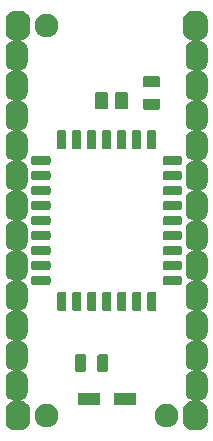
<source format=gts>
G04 #@! TF.GenerationSoftware,KiCad,Pcbnew,(5.1.5-0-10_14)*
G04 #@! TF.CreationDate,2021-03-12T10:35:43-05:00*
G04 #@! TF.ProjectId,GW28R8128,47573238-5238-4313-9238-2e6b69636164,rev?*
G04 #@! TF.SameCoordinates,Original*
G04 #@! TF.FileFunction,Soldermask,Top*
G04 #@! TF.FilePolarity,Negative*
%FSLAX46Y46*%
G04 Gerber Fmt 4.6, Leading zero omitted, Abs format (unit mm)*
G04 Created by KiCad (PCBNEW (5.1.5-0-10_14)) date 2021-03-12 10:35:43*
%MOMM*%
%LPD*%
G04 APERTURE LIST*
%ADD10C,0.100000*%
G04 APERTURE END LIST*
D10*
G36*
X56243272Y-19117538D02*
G01*
X56374402Y-19157315D01*
X56495243Y-19221906D01*
X56601165Y-19308835D01*
X56688094Y-19414757D01*
X56752685Y-19535598D01*
X56792462Y-19666728D01*
X56806200Y-19806207D01*
X56806200Y-20833793D01*
X56792462Y-20973272D01*
X56752685Y-21104402D01*
X56688094Y-21225243D01*
X56601165Y-21331165D01*
X56495243Y-21418094D01*
X56374402Y-21482685D01*
X56243272Y-21522462D01*
X56234159Y-21523360D01*
X56221950Y-21525789D01*
X56210450Y-21530552D01*
X56200100Y-21537468D01*
X56191298Y-21546270D01*
X56184382Y-21556621D01*
X56179619Y-21568121D01*
X56177191Y-21580330D01*
X56177191Y-21592778D01*
X56179620Y-21604987D01*
X56184383Y-21616487D01*
X56191299Y-21626837D01*
X56200101Y-21635639D01*
X56210452Y-21642555D01*
X56221952Y-21647318D01*
X56234160Y-21649746D01*
X56299617Y-21656193D01*
X56417613Y-21691986D01*
X56526356Y-21750110D01*
X56621669Y-21828331D01*
X56699890Y-21923644D01*
X56758014Y-22032387D01*
X56793807Y-22150383D01*
X56806200Y-22276207D01*
X56806200Y-23443793D01*
X56793807Y-23569617D01*
X56758014Y-23687613D01*
X56699890Y-23796356D01*
X56621669Y-23891669D01*
X56526356Y-23969890D01*
X56417613Y-24028014D01*
X56299617Y-24063807D01*
X56269159Y-24066807D01*
X56256950Y-24069235D01*
X56245450Y-24073999D01*
X56235100Y-24080915D01*
X56226298Y-24089717D01*
X56219382Y-24100067D01*
X56214618Y-24111567D01*
X56212190Y-24123776D01*
X56212190Y-24136224D01*
X56214618Y-24148433D01*
X56219382Y-24159933D01*
X56226298Y-24170283D01*
X56235100Y-24179085D01*
X56245450Y-24186001D01*
X56256950Y-24190765D01*
X56269159Y-24193193D01*
X56299617Y-24196193D01*
X56417613Y-24231986D01*
X56526356Y-24290110D01*
X56621669Y-24368331D01*
X56699890Y-24463644D01*
X56758014Y-24572387D01*
X56793807Y-24690383D01*
X56806200Y-24816207D01*
X56806200Y-25983793D01*
X56793807Y-26109617D01*
X56758014Y-26227613D01*
X56699890Y-26336356D01*
X56621669Y-26431669D01*
X56526356Y-26509890D01*
X56417613Y-26568014D01*
X56299617Y-26603807D01*
X56269159Y-26606807D01*
X56256950Y-26609235D01*
X56245450Y-26613999D01*
X56235100Y-26620915D01*
X56226298Y-26629717D01*
X56219382Y-26640067D01*
X56214618Y-26651567D01*
X56212190Y-26663776D01*
X56212190Y-26676224D01*
X56214618Y-26688433D01*
X56219382Y-26699933D01*
X56226298Y-26710283D01*
X56235100Y-26719085D01*
X56245450Y-26726001D01*
X56256950Y-26730765D01*
X56269159Y-26733193D01*
X56299617Y-26736193D01*
X56417613Y-26771986D01*
X56526356Y-26830110D01*
X56621669Y-26908331D01*
X56699890Y-27003644D01*
X56758014Y-27112387D01*
X56793807Y-27230383D01*
X56806200Y-27356207D01*
X56806200Y-28523793D01*
X56793807Y-28649617D01*
X56758014Y-28767613D01*
X56699890Y-28876356D01*
X56621669Y-28971669D01*
X56526356Y-29049890D01*
X56417613Y-29108014D01*
X56299617Y-29143807D01*
X56269159Y-29146807D01*
X56256950Y-29149235D01*
X56245450Y-29153999D01*
X56235100Y-29160915D01*
X56226298Y-29169717D01*
X56219382Y-29180067D01*
X56214618Y-29191567D01*
X56212190Y-29203776D01*
X56212190Y-29216224D01*
X56214618Y-29228433D01*
X56219382Y-29239933D01*
X56226298Y-29250283D01*
X56235100Y-29259085D01*
X56245450Y-29266001D01*
X56256950Y-29270765D01*
X56269159Y-29273193D01*
X56299617Y-29276193D01*
X56417613Y-29311986D01*
X56526356Y-29370110D01*
X56621669Y-29448331D01*
X56699890Y-29543644D01*
X56758014Y-29652387D01*
X56793807Y-29770383D01*
X56806200Y-29896207D01*
X56806200Y-31063793D01*
X56793807Y-31189617D01*
X56758014Y-31307613D01*
X56699890Y-31416356D01*
X56621669Y-31511669D01*
X56526356Y-31589890D01*
X56417613Y-31648014D01*
X56299617Y-31683807D01*
X56269159Y-31686807D01*
X56256950Y-31689235D01*
X56245450Y-31693999D01*
X56235100Y-31700915D01*
X56226298Y-31709717D01*
X56219382Y-31720067D01*
X56214618Y-31731567D01*
X56212190Y-31743776D01*
X56212190Y-31756224D01*
X56214618Y-31768433D01*
X56219382Y-31779933D01*
X56226298Y-31790283D01*
X56235100Y-31799085D01*
X56245450Y-31806001D01*
X56256950Y-31810765D01*
X56269159Y-31813193D01*
X56299617Y-31816193D01*
X56417613Y-31851986D01*
X56526356Y-31910110D01*
X56621669Y-31988331D01*
X56699890Y-32083644D01*
X56758014Y-32192387D01*
X56793807Y-32310383D01*
X56806200Y-32436207D01*
X56806200Y-33603793D01*
X56793807Y-33729617D01*
X56758014Y-33847613D01*
X56699890Y-33956356D01*
X56621669Y-34051669D01*
X56526356Y-34129890D01*
X56417613Y-34188014D01*
X56299617Y-34223807D01*
X56269159Y-34226807D01*
X56256950Y-34229235D01*
X56245450Y-34233999D01*
X56235100Y-34240915D01*
X56226298Y-34249717D01*
X56219382Y-34260067D01*
X56214618Y-34271567D01*
X56212190Y-34283776D01*
X56212190Y-34296224D01*
X56214618Y-34308433D01*
X56219382Y-34319933D01*
X56226298Y-34330283D01*
X56235100Y-34339085D01*
X56245450Y-34346001D01*
X56256950Y-34350765D01*
X56269159Y-34353193D01*
X56299617Y-34356193D01*
X56417613Y-34391986D01*
X56526356Y-34450110D01*
X56621669Y-34528331D01*
X56699890Y-34623644D01*
X56758014Y-34732387D01*
X56793807Y-34850383D01*
X56806200Y-34976207D01*
X56806200Y-36143793D01*
X56793807Y-36269617D01*
X56758014Y-36387613D01*
X56699890Y-36496356D01*
X56621669Y-36591669D01*
X56526356Y-36669890D01*
X56417613Y-36728014D01*
X56299617Y-36763807D01*
X56269159Y-36766807D01*
X56256950Y-36769235D01*
X56245450Y-36773999D01*
X56235100Y-36780915D01*
X56226298Y-36789717D01*
X56219382Y-36800067D01*
X56214618Y-36811567D01*
X56212190Y-36823776D01*
X56212190Y-36836224D01*
X56214618Y-36848433D01*
X56219382Y-36859933D01*
X56226298Y-36870283D01*
X56235100Y-36879085D01*
X56245450Y-36886001D01*
X56256950Y-36890765D01*
X56269159Y-36893193D01*
X56299617Y-36896193D01*
X56417613Y-36931986D01*
X56526356Y-36990110D01*
X56621669Y-37068331D01*
X56699890Y-37163644D01*
X56758014Y-37272387D01*
X56793807Y-37390383D01*
X56806200Y-37516207D01*
X56806200Y-38683793D01*
X56793807Y-38809617D01*
X56758014Y-38927613D01*
X56699890Y-39036356D01*
X56621669Y-39131669D01*
X56526356Y-39209890D01*
X56417613Y-39268014D01*
X56299617Y-39303807D01*
X56269159Y-39306807D01*
X56256950Y-39309235D01*
X56245450Y-39313999D01*
X56235100Y-39320915D01*
X56226298Y-39329717D01*
X56219382Y-39340067D01*
X56214618Y-39351567D01*
X56212190Y-39363776D01*
X56212190Y-39376224D01*
X56214618Y-39388433D01*
X56219382Y-39399933D01*
X56226298Y-39410283D01*
X56235100Y-39419085D01*
X56245450Y-39426001D01*
X56256950Y-39430765D01*
X56269159Y-39433193D01*
X56299617Y-39436193D01*
X56417613Y-39471986D01*
X56526356Y-39530110D01*
X56621669Y-39608331D01*
X56699890Y-39703644D01*
X56758014Y-39812387D01*
X56793807Y-39930383D01*
X56806200Y-40056207D01*
X56806200Y-41223793D01*
X56793807Y-41349617D01*
X56758014Y-41467613D01*
X56699890Y-41576356D01*
X56621669Y-41671669D01*
X56526356Y-41749890D01*
X56417613Y-41808014D01*
X56299617Y-41843807D01*
X56269159Y-41846807D01*
X56256950Y-41849235D01*
X56245450Y-41853999D01*
X56235100Y-41860915D01*
X56226298Y-41869717D01*
X56219382Y-41880067D01*
X56214618Y-41891567D01*
X56212190Y-41903776D01*
X56212190Y-41916224D01*
X56214618Y-41928433D01*
X56219382Y-41939933D01*
X56226298Y-41950283D01*
X56235100Y-41959085D01*
X56245450Y-41966001D01*
X56256950Y-41970765D01*
X56269159Y-41973193D01*
X56299617Y-41976193D01*
X56417613Y-42011986D01*
X56526356Y-42070110D01*
X56621669Y-42148331D01*
X56699890Y-42243644D01*
X56758014Y-42352387D01*
X56793807Y-42470383D01*
X56806200Y-42596207D01*
X56806200Y-43763793D01*
X56793807Y-43889617D01*
X56758014Y-44007613D01*
X56699890Y-44116356D01*
X56621669Y-44211669D01*
X56526356Y-44289890D01*
X56417613Y-44348014D01*
X56299617Y-44383807D01*
X56269159Y-44386807D01*
X56256950Y-44389235D01*
X56245450Y-44393999D01*
X56235100Y-44400915D01*
X56226298Y-44409717D01*
X56219382Y-44420067D01*
X56214618Y-44431567D01*
X56212190Y-44443776D01*
X56212190Y-44456224D01*
X56214618Y-44468433D01*
X56219382Y-44479933D01*
X56226298Y-44490283D01*
X56235100Y-44499085D01*
X56245450Y-44506001D01*
X56256950Y-44510765D01*
X56269159Y-44513193D01*
X56299617Y-44516193D01*
X56417613Y-44551986D01*
X56526356Y-44610110D01*
X56621669Y-44688331D01*
X56699890Y-44783644D01*
X56758014Y-44892387D01*
X56793807Y-45010383D01*
X56806200Y-45136207D01*
X56806200Y-46303793D01*
X56793807Y-46429617D01*
X56758014Y-46547613D01*
X56699890Y-46656356D01*
X56621669Y-46751669D01*
X56526356Y-46829890D01*
X56417613Y-46888014D01*
X56299617Y-46923807D01*
X56269159Y-46926807D01*
X56256950Y-46929235D01*
X56245450Y-46933999D01*
X56235100Y-46940915D01*
X56226298Y-46949717D01*
X56219382Y-46960067D01*
X56214618Y-46971567D01*
X56212190Y-46983776D01*
X56212190Y-46996224D01*
X56214618Y-47008433D01*
X56219382Y-47019933D01*
X56226298Y-47030283D01*
X56235100Y-47039085D01*
X56245450Y-47046001D01*
X56256950Y-47050765D01*
X56269159Y-47053193D01*
X56299617Y-47056193D01*
X56417613Y-47091986D01*
X56526356Y-47150110D01*
X56621669Y-47228331D01*
X56699890Y-47323644D01*
X56758014Y-47432387D01*
X56793807Y-47550383D01*
X56806200Y-47676207D01*
X56806200Y-48843793D01*
X56793807Y-48969617D01*
X56758014Y-49087613D01*
X56699890Y-49196356D01*
X56621669Y-49291669D01*
X56526356Y-49369890D01*
X56417613Y-49428014D01*
X56299617Y-49463807D01*
X56269159Y-49466807D01*
X56256950Y-49469235D01*
X56245450Y-49473999D01*
X56235100Y-49480915D01*
X56226298Y-49489717D01*
X56219382Y-49500067D01*
X56214618Y-49511567D01*
X56212190Y-49523776D01*
X56212190Y-49536224D01*
X56214618Y-49548433D01*
X56219382Y-49559933D01*
X56226298Y-49570283D01*
X56235100Y-49579085D01*
X56245450Y-49586001D01*
X56256950Y-49590765D01*
X56269159Y-49593193D01*
X56299617Y-49596193D01*
X56417613Y-49631986D01*
X56526356Y-49690110D01*
X56621669Y-49768331D01*
X56699890Y-49863644D01*
X56758014Y-49972387D01*
X56793807Y-50090383D01*
X56806200Y-50216207D01*
X56806200Y-51383793D01*
X56793807Y-51509617D01*
X56758014Y-51627613D01*
X56699890Y-51736356D01*
X56621669Y-51831669D01*
X56526356Y-51909890D01*
X56417613Y-51968014D01*
X56299617Y-52003807D01*
X56234160Y-52010254D01*
X56221951Y-52012682D01*
X56210451Y-52017446D01*
X56200101Y-52024362D01*
X56191299Y-52033164D01*
X56184383Y-52043514D01*
X56179619Y-52055014D01*
X56177191Y-52067223D01*
X56177191Y-52079671D01*
X56179619Y-52091880D01*
X56184383Y-52103380D01*
X56191299Y-52113730D01*
X56200101Y-52122532D01*
X56210451Y-52129448D01*
X56221951Y-52134212D01*
X56234159Y-52136640D01*
X56243272Y-52137538D01*
X56374402Y-52177315D01*
X56495243Y-52241906D01*
X56601165Y-52328835D01*
X56688094Y-52434757D01*
X56752685Y-52555598D01*
X56792462Y-52686728D01*
X56806200Y-52826207D01*
X56806200Y-53853793D01*
X56792462Y-53993272D01*
X56752685Y-54124402D01*
X56688094Y-54245243D01*
X56601165Y-54351165D01*
X56495243Y-54438094D01*
X56374402Y-54502685D01*
X56243272Y-54542462D01*
X56103793Y-54556200D01*
X55456207Y-54556200D01*
X55316728Y-54542462D01*
X55185598Y-54502685D01*
X55064757Y-54438094D01*
X54958835Y-54351165D01*
X54871906Y-54245243D01*
X54807315Y-54124402D01*
X54767538Y-53993272D01*
X54753800Y-53853793D01*
X54753800Y-52826207D01*
X54767538Y-52686728D01*
X54807315Y-52555598D01*
X54871906Y-52434757D01*
X54958835Y-52328835D01*
X55064757Y-52241906D01*
X55185598Y-52177315D01*
X55316728Y-52137538D01*
X55440276Y-52125369D01*
X55452485Y-52122941D01*
X55463985Y-52118177D01*
X55474335Y-52111261D01*
X55483137Y-52102459D01*
X55490053Y-52092109D01*
X55494817Y-52080609D01*
X55497245Y-52068400D01*
X55497245Y-52055952D01*
X55494817Y-52043743D01*
X55490053Y-52032243D01*
X55483137Y-52021893D01*
X55474335Y-52013091D01*
X55463985Y-52006175D01*
X55452484Y-52001411D01*
X55342387Y-51968014D01*
X55233644Y-51909890D01*
X55138331Y-51831669D01*
X55060110Y-51736356D01*
X55001986Y-51627613D01*
X54966193Y-51509617D01*
X54953800Y-51383793D01*
X54953800Y-50216207D01*
X54966193Y-50090383D01*
X55001986Y-49972387D01*
X55060110Y-49863644D01*
X55138331Y-49768331D01*
X55233644Y-49690110D01*
X55342387Y-49631986D01*
X55460383Y-49596193D01*
X55490841Y-49593193D01*
X55503050Y-49590765D01*
X55514550Y-49586001D01*
X55524900Y-49579085D01*
X55533702Y-49570283D01*
X55540618Y-49559933D01*
X55545382Y-49548433D01*
X55547810Y-49536224D01*
X55547810Y-49523776D01*
X55545382Y-49511567D01*
X55540618Y-49500067D01*
X55533702Y-49489717D01*
X55524900Y-49480915D01*
X55514550Y-49473999D01*
X55503050Y-49469235D01*
X55490841Y-49466807D01*
X55460383Y-49463807D01*
X55342387Y-49428014D01*
X55233644Y-49369890D01*
X55138331Y-49291669D01*
X55060110Y-49196356D01*
X55001986Y-49087613D01*
X54966193Y-48969617D01*
X54953800Y-48843793D01*
X54953800Y-47676207D01*
X54966193Y-47550383D01*
X55001986Y-47432387D01*
X55060110Y-47323644D01*
X55138331Y-47228331D01*
X55233644Y-47150110D01*
X55342387Y-47091986D01*
X55460383Y-47056193D01*
X55490841Y-47053193D01*
X55503050Y-47050765D01*
X55514550Y-47046001D01*
X55524900Y-47039085D01*
X55533702Y-47030283D01*
X55540618Y-47019933D01*
X55545382Y-47008433D01*
X55547810Y-46996224D01*
X55547810Y-46983776D01*
X55545382Y-46971567D01*
X55540618Y-46960067D01*
X55533702Y-46949717D01*
X55524900Y-46940915D01*
X55514550Y-46933999D01*
X55503050Y-46929235D01*
X55490841Y-46926807D01*
X55460383Y-46923807D01*
X55342387Y-46888014D01*
X55233644Y-46829890D01*
X55138331Y-46751669D01*
X55060110Y-46656356D01*
X55001986Y-46547613D01*
X54966193Y-46429617D01*
X54953800Y-46303793D01*
X54953800Y-45136207D01*
X54966193Y-45010383D01*
X55001986Y-44892387D01*
X55060110Y-44783644D01*
X55138331Y-44688331D01*
X55233644Y-44610110D01*
X55342387Y-44551986D01*
X55460383Y-44516193D01*
X55490841Y-44513193D01*
X55503050Y-44510765D01*
X55514550Y-44506001D01*
X55524900Y-44499085D01*
X55533702Y-44490283D01*
X55540618Y-44479933D01*
X55545382Y-44468433D01*
X55547810Y-44456224D01*
X55547810Y-44443776D01*
X55545382Y-44431567D01*
X55540618Y-44420067D01*
X55533702Y-44409717D01*
X55524900Y-44400915D01*
X55514550Y-44393999D01*
X55503050Y-44389235D01*
X55490841Y-44386807D01*
X55460383Y-44383807D01*
X55342387Y-44348014D01*
X55233644Y-44289890D01*
X55138331Y-44211669D01*
X55060110Y-44116356D01*
X55001986Y-44007613D01*
X54966193Y-43889617D01*
X54953800Y-43763793D01*
X54953800Y-42596207D01*
X54966193Y-42470383D01*
X55001986Y-42352387D01*
X55060110Y-42243644D01*
X55138331Y-42148331D01*
X55233644Y-42070110D01*
X55342387Y-42011986D01*
X55460383Y-41976193D01*
X55490841Y-41973193D01*
X55503050Y-41970765D01*
X55514550Y-41966001D01*
X55524900Y-41959085D01*
X55533702Y-41950283D01*
X55540618Y-41939933D01*
X55545382Y-41928433D01*
X55547810Y-41916224D01*
X55547810Y-41903776D01*
X55545382Y-41891567D01*
X55540618Y-41880067D01*
X55533702Y-41869717D01*
X55524900Y-41860915D01*
X55514550Y-41853999D01*
X55503050Y-41849235D01*
X55490841Y-41846807D01*
X55460383Y-41843807D01*
X55342387Y-41808014D01*
X55233644Y-41749890D01*
X55138331Y-41671669D01*
X55060110Y-41576356D01*
X55001986Y-41467613D01*
X54966193Y-41349617D01*
X54953800Y-41223793D01*
X54953800Y-40056207D01*
X54966193Y-39930383D01*
X55001986Y-39812387D01*
X55060110Y-39703644D01*
X55138331Y-39608331D01*
X55233644Y-39530110D01*
X55342387Y-39471986D01*
X55460383Y-39436193D01*
X55490841Y-39433193D01*
X55503050Y-39430765D01*
X55514550Y-39426001D01*
X55524900Y-39419085D01*
X55533702Y-39410283D01*
X55540618Y-39399933D01*
X55545382Y-39388433D01*
X55547810Y-39376224D01*
X55547810Y-39363776D01*
X55545382Y-39351567D01*
X55540618Y-39340067D01*
X55533702Y-39329717D01*
X55524900Y-39320915D01*
X55514550Y-39313999D01*
X55503050Y-39309235D01*
X55490841Y-39306807D01*
X55460383Y-39303807D01*
X55342387Y-39268014D01*
X55233644Y-39209890D01*
X55138331Y-39131669D01*
X55060110Y-39036356D01*
X55001986Y-38927613D01*
X54966193Y-38809617D01*
X54953800Y-38683793D01*
X54953800Y-37516207D01*
X54966193Y-37390383D01*
X55001986Y-37272387D01*
X55060110Y-37163644D01*
X55138331Y-37068331D01*
X55233644Y-36990110D01*
X55342387Y-36931986D01*
X55460383Y-36896193D01*
X55490841Y-36893193D01*
X55503050Y-36890765D01*
X55514550Y-36886001D01*
X55524900Y-36879085D01*
X55533702Y-36870283D01*
X55540618Y-36859933D01*
X55545382Y-36848433D01*
X55547810Y-36836224D01*
X55547810Y-36823776D01*
X55545382Y-36811567D01*
X55540618Y-36800067D01*
X55533702Y-36789717D01*
X55524900Y-36780915D01*
X55514550Y-36773999D01*
X55503050Y-36769235D01*
X55490841Y-36766807D01*
X55460383Y-36763807D01*
X55342387Y-36728014D01*
X55233644Y-36669890D01*
X55138331Y-36591669D01*
X55060110Y-36496356D01*
X55001986Y-36387613D01*
X54966193Y-36269617D01*
X54953800Y-36143793D01*
X54953800Y-34976207D01*
X54966193Y-34850383D01*
X55001986Y-34732387D01*
X55060110Y-34623644D01*
X55138331Y-34528331D01*
X55233644Y-34450110D01*
X55342387Y-34391986D01*
X55460383Y-34356193D01*
X55490841Y-34353193D01*
X55503050Y-34350765D01*
X55514550Y-34346001D01*
X55524900Y-34339085D01*
X55533702Y-34330283D01*
X55540618Y-34319933D01*
X55545382Y-34308433D01*
X55547810Y-34296224D01*
X55547810Y-34283776D01*
X55545382Y-34271567D01*
X55540618Y-34260067D01*
X55533702Y-34249717D01*
X55524900Y-34240915D01*
X55514550Y-34233999D01*
X55503050Y-34229235D01*
X55490841Y-34226807D01*
X55460383Y-34223807D01*
X55342387Y-34188014D01*
X55233644Y-34129890D01*
X55138331Y-34051669D01*
X55060110Y-33956356D01*
X55001986Y-33847613D01*
X54966193Y-33729617D01*
X54953800Y-33603793D01*
X54953800Y-32436207D01*
X54966193Y-32310383D01*
X55001986Y-32192387D01*
X55060110Y-32083644D01*
X55138331Y-31988331D01*
X55233644Y-31910110D01*
X55342387Y-31851986D01*
X55460383Y-31816193D01*
X55490841Y-31813193D01*
X55503050Y-31810765D01*
X55514550Y-31806001D01*
X55524900Y-31799085D01*
X55533702Y-31790283D01*
X55540618Y-31779933D01*
X55545382Y-31768433D01*
X55547810Y-31756224D01*
X55547810Y-31743776D01*
X55545382Y-31731567D01*
X55540618Y-31720067D01*
X55533702Y-31709717D01*
X55524900Y-31700915D01*
X55514550Y-31693999D01*
X55503050Y-31689235D01*
X55490841Y-31686807D01*
X55460383Y-31683807D01*
X55342387Y-31648014D01*
X55233644Y-31589890D01*
X55138331Y-31511669D01*
X55060110Y-31416356D01*
X55001986Y-31307613D01*
X54966193Y-31189617D01*
X54953800Y-31063793D01*
X54953800Y-29896207D01*
X54966193Y-29770383D01*
X55001986Y-29652387D01*
X55060110Y-29543644D01*
X55138331Y-29448331D01*
X55233644Y-29370110D01*
X55342387Y-29311986D01*
X55460383Y-29276193D01*
X55490841Y-29273193D01*
X55503050Y-29270765D01*
X55514550Y-29266001D01*
X55524900Y-29259085D01*
X55533702Y-29250283D01*
X55540618Y-29239933D01*
X55545382Y-29228433D01*
X55547810Y-29216224D01*
X55547810Y-29203776D01*
X55545382Y-29191567D01*
X55540618Y-29180067D01*
X55533702Y-29169717D01*
X55524900Y-29160915D01*
X55514550Y-29153999D01*
X55503050Y-29149235D01*
X55490841Y-29146807D01*
X55460383Y-29143807D01*
X55342387Y-29108014D01*
X55233644Y-29049890D01*
X55138331Y-28971669D01*
X55060110Y-28876356D01*
X55001986Y-28767613D01*
X54966193Y-28649617D01*
X54953800Y-28523793D01*
X54953800Y-27356207D01*
X54966193Y-27230383D01*
X55001986Y-27112387D01*
X55060110Y-27003644D01*
X55138331Y-26908331D01*
X55233644Y-26830110D01*
X55342387Y-26771986D01*
X55460383Y-26736193D01*
X55490841Y-26733193D01*
X55503050Y-26730765D01*
X55514550Y-26726001D01*
X55524900Y-26719085D01*
X55533702Y-26710283D01*
X55540618Y-26699933D01*
X55545382Y-26688433D01*
X55547810Y-26676224D01*
X55547810Y-26663776D01*
X55545382Y-26651567D01*
X55540618Y-26640067D01*
X55533702Y-26629717D01*
X55524900Y-26620915D01*
X55514550Y-26613999D01*
X55503050Y-26609235D01*
X55490841Y-26606807D01*
X55460383Y-26603807D01*
X55342387Y-26568014D01*
X55233644Y-26509890D01*
X55138331Y-26431669D01*
X55060110Y-26336356D01*
X55001986Y-26227613D01*
X54966193Y-26109617D01*
X54953800Y-25983793D01*
X54953800Y-24816207D01*
X54966193Y-24690383D01*
X55001986Y-24572387D01*
X55060110Y-24463644D01*
X55138331Y-24368331D01*
X55233644Y-24290110D01*
X55342387Y-24231986D01*
X55460383Y-24196193D01*
X55490841Y-24193193D01*
X55503050Y-24190765D01*
X55514550Y-24186001D01*
X55524900Y-24179085D01*
X55533702Y-24170283D01*
X55540618Y-24159933D01*
X55545382Y-24148433D01*
X55547810Y-24136224D01*
X55547810Y-24123776D01*
X55545382Y-24111567D01*
X55540618Y-24100067D01*
X55533702Y-24089717D01*
X55524900Y-24080915D01*
X55514550Y-24073999D01*
X55503050Y-24069235D01*
X55490841Y-24066807D01*
X55460383Y-24063807D01*
X55342387Y-24028014D01*
X55233644Y-23969890D01*
X55138331Y-23891669D01*
X55060110Y-23796356D01*
X55001986Y-23687613D01*
X54966193Y-23569617D01*
X54953800Y-23443793D01*
X54953800Y-22276207D01*
X54966193Y-22150383D01*
X55001986Y-22032387D01*
X55060110Y-21923644D01*
X55138331Y-21828331D01*
X55233644Y-21750110D01*
X55342387Y-21691986D01*
X55452484Y-21658589D01*
X55463985Y-21653825D01*
X55474335Y-21646910D01*
X55483137Y-21638108D01*
X55490053Y-21627758D01*
X55494817Y-21616257D01*
X55497245Y-21604048D01*
X55497245Y-21591600D01*
X55494817Y-21579392D01*
X55490053Y-21567891D01*
X55483138Y-21557541D01*
X55474336Y-21548739D01*
X55463986Y-21541823D01*
X55452485Y-21537059D01*
X55440276Y-21534631D01*
X55316728Y-21522462D01*
X55185598Y-21482685D01*
X55064757Y-21418094D01*
X54958835Y-21331165D01*
X54871906Y-21225243D01*
X54807315Y-21104402D01*
X54767538Y-20973272D01*
X54753800Y-20833793D01*
X54753800Y-19806207D01*
X54767538Y-19666728D01*
X54807315Y-19535598D01*
X54871906Y-19414757D01*
X54958835Y-19308835D01*
X55064757Y-19221906D01*
X55185598Y-19157315D01*
X55316728Y-19117538D01*
X55456207Y-19103800D01*
X56103793Y-19103800D01*
X56243272Y-19117538D01*
G37*
G36*
X41203272Y-19117538D02*
G01*
X41334402Y-19157315D01*
X41455243Y-19221906D01*
X41561165Y-19308835D01*
X41648094Y-19414757D01*
X41712685Y-19535598D01*
X41752462Y-19666728D01*
X41766200Y-19806207D01*
X41766200Y-20833793D01*
X41752462Y-20973272D01*
X41712685Y-21104402D01*
X41648094Y-21225243D01*
X41561165Y-21331165D01*
X41455243Y-21418094D01*
X41334402Y-21482685D01*
X41203272Y-21522462D01*
X41079724Y-21534631D01*
X41067515Y-21537059D01*
X41056015Y-21541823D01*
X41045665Y-21548739D01*
X41036863Y-21557541D01*
X41029947Y-21567891D01*
X41025183Y-21579391D01*
X41022755Y-21591600D01*
X41022755Y-21604048D01*
X41025183Y-21616257D01*
X41029947Y-21627757D01*
X41036863Y-21638107D01*
X41045665Y-21646909D01*
X41056015Y-21653825D01*
X41067516Y-21658589D01*
X41177613Y-21691986D01*
X41286356Y-21750110D01*
X41381669Y-21828331D01*
X41459890Y-21923644D01*
X41518014Y-22032387D01*
X41553807Y-22150383D01*
X41566200Y-22276207D01*
X41566200Y-23443793D01*
X41553807Y-23569617D01*
X41518014Y-23687613D01*
X41459890Y-23796356D01*
X41381669Y-23891669D01*
X41286356Y-23969890D01*
X41177613Y-24028014D01*
X41059617Y-24063807D01*
X41029159Y-24066807D01*
X41016950Y-24069235D01*
X41005450Y-24073999D01*
X40995100Y-24080915D01*
X40986298Y-24089717D01*
X40979382Y-24100067D01*
X40974618Y-24111567D01*
X40972190Y-24123776D01*
X40972190Y-24136224D01*
X40974618Y-24148433D01*
X40979382Y-24159933D01*
X40986298Y-24170283D01*
X40995100Y-24179085D01*
X41005450Y-24186001D01*
X41016950Y-24190765D01*
X41029159Y-24193193D01*
X41059617Y-24196193D01*
X41177613Y-24231986D01*
X41286356Y-24290110D01*
X41381669Y-24368331D01*
X41459890Y-24463644D01*
X41518014Y-24572387D01*
X41553807Y-24690383D01*
X41566200Y-24816207D01*
X41566200Y-25983793D01*
X41553807Y-26109617D01*
X41518014Y-26227613D01*
X41459890Y-26336356D01*
X41381669Y-26431669D01*
X41286356Y-26509890D01*
X41177613Y-26568014D01*
X41059617Y-26603807D01*
X41029159Y-26606807D01*
X41016950Y-26609235D01*
X41005450Y-26613999D01*
X40995100Y-26620915D01*
X40986298Y-26629717D01*
X40979382Y-26640067D01*
X40974618Y-26651567D01*
X40972190Y-26663776D01*
X40972190Y-26676224D01*
X40974618Y-26688433D01*
X40979382Y-26699933D01*
X40986298Y-26710283D01*
X40995100Y-26719085D01*
X41005450Y-26726001D01*
X41016950Y-26730765D01*
X41029159Y-26733193D01*
X41059617Y-26736193D01*
X41177613Y-26771986D01*
X41286356Y-26830110D01*
X41381669Y-26908331D01*
X41459890Y-27003644D01*
X41518014Y-27112387D01*
X41553807Y-27230383D01*
X41566200Y-27356207D01*
X41566200Y-28523793D01*
X41553807Y-28649617D01*
X41518014Y-28767613D01*
X41459890Y-28876356D01*
X41381669Y-28971669D01*
X41286356Y-29049890D01*
X41177613Y-29108014D01*
X41059617Y-29143807D01*
X41029159Y-29146807D01*
X41016950Y-29149235D01*
X41005450Y-29153999D01*
X40995100Y-29160915D01*
X40986298Y-29169717D01*
X40979382Y-29180067D01*
X40974618Y-29191567D01*
X40972190Y-29203776D01*
X40972190Y-29216224D01*
X40974618Y-29228433D01*
X40979382Y-29239933D01*
X40986298Y-29250283D01*
X40995100Y-29259085D01*
X41005450Y-29266001D01*
X41016950Y-29270765D01*
X41029159Y-29273193D01*
X41059617Y-29276193D01*
X41177613Y-29311986D01*
X41286356Y-29370110D01*
X41381669Y-29448331D01*
X41459890Y-29543644D01*
X41518014Y-29652387D01*
X41553807Y-29770383D01*
X41566200Y-29896207D01*
X41566200Y-31063793D01*
X41553807Y-31189617D01*
X41518014Y-31307613D01*
X41459890Y-31416356D01*
X41381669Y-31511669D01*
X41286356Y-31589890D01*
X41177613Y-31648014D01*
X41059617Y-31683807D01*
X41029159Y-31686807D01*
X41016950Y-31689235D01*
X41005450Y-31693999D01*
X40995100Y-31700915D01*
X40986298Y-31709717D01*
X40979382Y-31720067D01*
X40974618Y-31731567D01*
X40972190Y-31743776D01*
X40972190Y-31756224D01*
X40974618Y-31768433D01*
X40979382Y-31779933D01*
X40986298Y-31790283D01*
X40995100Y-31799085D01*
X41005450Y-31806001D01*
X41016950Y-31810765D01*
X41029159Y-31813193D01*
X41059617Y-31816193D01*
X41177613Y-31851986D01*
X41286356Y-31910110D01*
X41381669Y-31988331D01*
X41459890Y-32083644D01*
X41518014Y-32192387D01*
X41553807Y-32310383D01*
X41566200Y-32436207D01*
X41566200Y-33603793D01*
X41553807Y-33729617D01*
X41518014Y-33847613D01*
X41459890Y-33956356D01*
X41381669Y-34051669D01*
X41286356Y-34129890D01*
X41177613Y-34188014D01*
X41059617Y-34223807D01*
X41029159Y-34226807D01*
X41016950Y-34229235D01*
X41005450Y-34233999D01*
X40995100Y-34240915D01*
X40986298Y-34249717D01*
X40979382Y-34260067D01*
X40974618Y-34271567D01*
X40972190Y-34283776D01*
X40972190Y-34296224D01*
X40974618Y-34308433D01*
X40979382Y-34319933D01*
X40986298Y-34330283D01*
X40995100Y-34339085D01*
X41005450Y-34346001D01*
X41016950Y-34350765D01*
X41029159Y-34353193D01*
X41059617Y-34356193D01*
X41177613Y-34391986D01*
X41286356Y-34450110D01*
X41381669Y-34528331D01*
X41459890Y-34623644D01*
X41518014Y-34732387D01*
X41553807Y-34850383D01*
X41566200Y-34976207D01*
X41566200Y-36143793D01*
X41553807Y-36269617D01*
X41518014Y-36387613D01*
X41459890Y-36496356D01*
X41381669Y-36591669D01*
X41286356Y-36669890D01*
X41177613Y-36728014D01*
X41059617Y-36763807D01*
X41029159Y-36766807D01*
X41016950Y-36769235D01*
X41005450Y-36773999D01*
X40995100Y-36780915D01*
X40986298Y-36789717D01*
X40979382Y-36800067D01*
X40974618Y-36811567D01*
X40972190Y-36823776D01*
X40972190Y-36836224D01*
X40974618Y-36848433D01*
X40979382Y-36859933D01*
X40986298Y-36870283D01*
X40995100Y-36879085D01*
X41005450Y-36886001D01*
X41016950Y-36890765D01*
X41029159Y-36893193D01*
X41059617Y-36896193D01*
X41177613Y-36931986D01*
X41286356Y-36990110D01*
X41381669Y-37068331D01*
X41459890Y-37163644D01*
X41518014Y-37272387D01*
X41553807Y-37390383D01*
X41566200Y-37516207D01*
X41566200Y-38683793D01*
X41553807Y-38809617D01*
X41518014Y-38927613D01*
X41459890Y-39036356D01*
X41381669Y-39131669D01*
X41286356Y-39209890D01*
X41177613Y-39268014D01*
X41059617Y-39303807D01*
X41029159Y-39306807D01*
X41016950Y-39309235D01*
X41005450Y-39313999D01*
X40995100Y-39320915D01*
X40986298Y-39329717D01*
X40979382Y-39340067D01*
X40974618Y-39351567D01*
X40972190Y-39363776D01*
X40972190Y-39376224D01*
X40974618Y-39388433D01*
X40979382Y-39399933D01*
X40986298Y-39410283D01*
X40995100Y-39419085D01*
X41005450Y-39426001D01*
X41016950Y-39430765D01*
X41029159Y-39433193D01*
X41059617Y-39436193D01*
X41177613Y-39471986D01*
X41286356Y-39530110D01*
X41381669Y-39608331D01*
X41459890Y-39703644D01*
X41518014Y-39812387D01*
X41553807Y-39930383D01*
X41566200Y-40056207D01*
X41566200Y-41223793D01*
X41553807Y-41349617D01*
X41518014Y-41467613D01*
X41459890Y-41576356D01*
X41381669Y-41671669D01*
X41286356Y-41749890D01*
X41177613Y-41808014D01*
X41059617Y-41843807D01*
X41029159Y-41846807D01*
X41016950Y-41849235D01*
X41005450Y-41853999D01*
X40995100Y-41860915D01*
X40986298Y-41869717D01*
X40979382Y-41880067D01*
X40974618Y-41891567D01*
X40972190Y-41903776D01*
X40972190Y-41916224D01*
X40974618Y-41928433D01*
X40979382Y-41939933D01*
X40986298Y-41950283D01*
X40995100Y-41959085D01*
X41005450Y-41966001D01*
X41016950Y-41970765D01*
X41029159Y-41973193D01*
X41059617Y-41976193D01*
X41177613Y-42011986D01*
X41286356Y-42070110D01*
X41381669Y-42148331D01*
X41459890Y-42243644D01*
X41518014Y-42352387D01*
X41553807Y-42470383D01*
X41566200Y-42596207D01*
X41566200Y-43763793D01*
X41553807Y-43889617D01*
X41518014Y-44007613D01*
X41459890Y-44116356D01*
X41381669Y-44211669D01*
X41286356Y-44289890D01*
X41177613Y-44348014D01*
X41059617Y-44383807D01*
X41029159Y-44386807D01*
X41016950Y-44389235D01*
X41005450Y-44393999D01*
X40995100Y-44400915D01*
X40986298Y-44409717D01*
X40979382Y-44420067D01*
X40974618Y-44431567D01*
X40972190Y-44443776D01*
X40972190Y-44456224D01*
X40974618Y-44468433D01*
X40979382Y-44479933D01*
X40986298Y-44490283D01*
X40995100Y-44499085D01*
X41005450Y-44506001D01*
X41016950Y-44510765D01*
X41029159Y-44513193D01*
X41059617Y-44516193D01*
X41177613Y-44551986D01*
X41286356Y-44610110D01*
X41381669Y-44688331D01*
X41459890Y-44783644D01*
X41518014Y-44892387D01*
X41553807Y-45010383D01*
X41566200Y-45136207D01*
X41566200Y-46303793D01*
X41553807Y-46429617D01*
X41518014Y-46547613D01*
X41459890Y-46656356D01*
X41381669Y-46751669D01*
X41286356Y-46829890D01*
X41177613Y-46888014D01*
X41059617Y-46923807D01*
X41029159Y-46926807D01*
X41016950Y-46929235D01*
X41005450Y-46933999D01*
X40995100Y-46940915D01*
X40986298Y-46949717D01*
X40979382Y-46960067D01*
X40974618Y-46971567D01*
X40972190Y-46983776D01*
X40972190Y-46996224D01*
X40974618Y-47008433D01*
X40979382Y-47019933D01*
X40986298Y-47030283D01*
X40995100Y-47039085D01*
X41005450Y-47046001D01*
X41016950Y-47050765D01*
X41029159Y-47053193D01*
X41059617Y-47056193D01*
X41177613Y-47091986D01*
X41286356Y-47150110D01*
X41381669Y-47228331D01*
X41459890Y-47323644D01*
X41518014Y-47432387D01*
X41553807Y-47550383D01*
X41566200Y-47676207D01*
X41566200Y-48843793D01*
X41553807Y-48969617D01*
X41518014Y-49087613D01*
X41459890Y-49196356D01*
X41381669Y-49291669D01*
X41286356Y-49369890D01*
X41177613Y-49428014D01*
X41059617Y-49463807D01*
X41029159Y-49466807D01*
X41016950Y-49469235D01*
X41005450Y-49473999D01*
X40995100Y-49480915D01*
X40986298Y-49489717D01*
X40979382Y-49500067D01*
X40974618Y-49511567D01*
X40972190Y-49523776D01*
X40972190Y-49536224D01*
X40974618Y-49548433D01*
X40979382Y-49559933D01*
X40986298Y-49570283D01*
X40995100Y-49579085D01*
X41005450Y-49586001D01*
X41016950Y-49590765D01*
X41029159Y-49593193D01*
X41059617Y-49596193D01*
X41177613Y-49631986D01*
X41286356Y-49690110D01*
X41381669Y-49768331D01*
X41459890Y-49863644D01*
X41518014Y-49972387D01*
X41553807Y-50090383D01*
X41566200Y-50216207D01*
X41566200Y-51383793D01*
X41553807Y-51509617D01*
X41518014Y-51627613D01*
X41459890Y-51736356D01*
X41381669Y-51831669D01*
X41286356Y-51909890D01*
X41177613Y-51968014D01*
X41067516Y-52001411D01*
X41056015Y-52006175D01*
X41045665Y-52013090D01*
X41036863Y-52021892D01*
X41029947Y-52032242D01*
X41025183Y-52043743D01*
X41022755Y-52055952D01*
X41022755Y-52068400D01*
X41025183Y-52080608D01*
X41029947Y-52092109D01*
X41036862Y-52102459D01*
X41045664Y-52111261D01*
X41056014Y-52118177D01*
X41067515Y-52122941D01*
X41079724Y-52125369D01*
X41203272Y-52137538D01*
X41334402Y-52177315D01*
X41455243Y-52241906D01*
X41561165Y-52328835D01*
X41648094Y-52434757D01*
X41712685Y-52555598D01*
X41752462Y-52686728D01*
X41766200Y-52826207D01*
X41766200Y-53853793D01*
X41752462Y-53993272D01*
X41712685Y-54124402D01*
X41648094Y-54245243D01*
X41561165Y-54351165D01*
X41455243Y-54438094D01*
X41334402Y-54502685D01*
X41203272Y-54542462D01*
X41063793Y-54556200D01*
X40416207Y-54556200D01*
X40276728Y-54542462D01*
X40145598Y-54502685D01*
X40024757Y-54438094D01*
X39918835Y-54351165D01*
X39831906Y-54245243D01*
X39767315Y-54124402D01*
X39727538Y-53993272D01*
X39713800Y-53853793D01*
X39713800Y-52826207D01*
X39727538Y-52686728D01*
X39767315Y-52555598D01*
X39831906Y-52434757D01*
X39918835Y-52328835D01*
X40024757Y-52241906D01*
X40145598Y-52177315D01*
X40276728Y-52137538D01*
X40285841Y-52136640D01*
X40298050Y-52134211D01*
X40309550Y-52129448D01*
X40319900Y-52122532D01*
X40328702Y-52113730D01*
X40335618Y-52103379D01*
X40340381Y-52091879D01*
X40342809Y-52079670D01*
X40342809Y-52067222D01*
X40340380Y-52055013D01*
X40335617Y-52043513D01*
X40328701Y-52033163D01*
X40319899Y-52024361D01*
X40309548Y-52017445D01*
X40298048Y-52012682D01*
X40285840Y-52010254D01*
X40220383Y-52003807D01*
X40102387Y-51968014D01*
X39993644Y-51909890D01*
X39898331Y-51831669D01*
X39820110Y-51736356D01*
X39761986Y-51627613D01*
X39726193Y-51509617D01*
X39713800Y-51383793D01*
X39713800Y-50216207D01*
X39726193Y-50090383D01*
X39761986Y-49972387D01*
X39820110Y-49863644D01*
X39898331Y-49768331D01*
X39993644Y-49690110D01*
X40102387Y-49631986D01*
X40220383Y-49596193D01*
X40250841Y-49593193D01*
X40263050Y-49590765D01*
X40274550Y-49586001D01*
X40284900Y-49579085D01*
X40293702Y-49570283D01*
X40300618Y-49559933D01*
X40305382Y-49548433D01*
X40307810Y-49536224D01*
X40307810Y-49523776D01*
X40305382Y-49511567D01*
X40300618Y-49500067D01*
X40293702Y-49489717D01*
X40284900Y-49480915D01*
X40274550Y-49473999D01*
X40263050Y-49469235D01*
X40250841Y-49466807D01*
X40220383Y-49463807D01*
X40102387Y-49428014D01*
X39993644Y-49369890D01*
X39898331Y-49291669D01*
X39820110Y-49196356D01*
X39761986Y-49087613D01*
X39726193Y-48969617D01*
X39713800Y-48843793D01*
X39713800Y-47676207D01*
X39726193Y-47550383D01*
X39761986Y-47432387D01*
X39820110Y-47323644D01*
X39898331Y-47228331D01*
X39993644Y-47150110D01*
X40102387Y-47091986D01*
X40220383Y-47056193D01*
X40250841Y-47053193D01*
X40263050Y-47050765D01*
X40274550Y-47046001D01*
X40284900Y-47039085D01*
X40293702Y-47030283D01*
X40300618Y-47019933D01*
X40305382Y-47008433D01*
X40307810Y-46996224D01*
X40307810Y-46983776D01*
X40305382Y-46971567D01*
X40300618Y-46960067D01*
X40293702Y-46949717D01*
X40284900Y-46940915D01*
X40274550Y-46933999D01*
X40263050Y-46929235D01*
X40250841Y-46926807D01*
X40220383Y-46923807D01*
X40102387Y-46888014D01*
X39993644Y-46829890D01*
X39898331Y-46751669D01*
X39820110Y-46656356D01*
X39761986Y-46547613D01*
X39726193Y-46429617D01*
X39713800Y-46303793D01*
X39713800Y-45136207D01*
X39726193Y-45010383D01*
X39761986Y-44892387D01*
X39820110Y-44783644D01*
X39898331Y-44688331D01*
X39993644Y-44610110D01*
X40102387Y-44551986D01*
X40220383Y-44516193D01*
X40250841Y-44513193D01*
X40263050Y-44510765D01*
X40274550Y-44506001D01*
X40284900Y-44499085D01*
X40293702Y-44490283D01*
X40300618Y-44479933D01*
X40305382Y-44468433D01*
X40307810Y-44456224D01*
X40307810Y-44443776D01*
X40305382Y-44431567D01*
X40300618Y-44420067D01*
X40293702Y-44409717D01*
X40284900Y-44400915D01*
X40274550Y-44393999D01*
X40263050Y-44389235D01*
X40250841Y-44386807D01*
X40220383Y-44383807D01*
X40102387Y-44348014D01*
X39993644Y-44289890D01*
X39898331Y-44211669D01*
X39820110Y-44116356D01*
X39761986Y-44007613D01*
X39726193Y-43889617D01*
X39713800Y-43763793D01*
X39713800Y-42596207D01*
X39726193Y-42470383D01*
X39761986Y-42352387D01*
X39820110Y-42243644D01*
X39898331Y-42148331D01*
X39993644Y-42070110D01*
X40102387Y-42011986D01*
X40220383Y-41976193D01*
X40250841Y-41973193D01*
X40263050Y-41970765D01*
X40274550Y-41966001D01*
X40284900Y-41959085D01*
X40293702Y-41950283D01*
X40300618Y-41939933D01*
X40305382Y-41928433D01*
X40307810Y-41916224D01*
X40307810Y-41903776D01*
X40305382Y-41891567D01*
X40300618Y-41880067D01*
X40293702Y-41869717D01*
X40284900Y-41860915D01*
X40274550Y-41853999D01*
X40263050Y-41849235D01*
X40250841Y-41846807D01*
X40220383Y-41843807D01*
X40102387Y-41808014D01*
X39993644Y-41749890D01*
X39898331Y-41671669D01*
X39820110Y-41576356D01*
X39761986Y-41467613D01*
X39726193Y-41349617D01*
X39713800Y-41223793D01*
X39713800Y-40056207D01*
X39726193Y-39930383D01*
X39761986Y-39812387D01*
X39820110Y-39703644D01*
X39898331Y-39608331D01*
X39993644Y-39530110D01*
X40102387Y-39471986D01*
X40220383Y-39436193D01*
X40250841Y-39433193D01*
X40263050Y-39430765D01*
X40274550Y-39426001D01*
X40284900Y-39419085D01*
X40293702Y-39410283D01*
X40300618Y-39399933D01*
X40305382Y-39388433D01*
X40307810Y-39376224D01*
X40307810Y-39363776D01*
X40305382Y-39351567D01*
X40300618Y-39340067D01*
X40293702Y-39329717D01*
X40284900Y-39320915D01*
X40274550Y-39313999D01*
X40263050Y-39309235D01*
X40250841Y-39306807D01*
X40220383Y-39303807D01*
X40102387Y-39268014D01*
X39993644Y-39209890D01*
X39898331Y-39131669D01*
X39820110Y-39036356D01*
X39761986Y-38927613D01*
X39726193Y-38809617D01*
X39713800Y-38683793D01*
X39713800Y-37516207D01*
X39726193Y-37390383D01*
X39761986Y-37272387D01*
X39820110Y-37163644D01*
X39898331Y-37068331D01*
X39993644Y-36990110D01*
X40102387Y-36931986D01*
X40220383Y-36896193D01*
X40250841Y-36893193D01*
X40263050Y-36890765D01*
X40274550Y-36886001D01*
X40284900Y-36879085D01*
X40293702Y-36870283D01*
X40300618Y-36859933D01*
X40305382Y-36848433D01*
X40307810Y-36836224D01*
X40307810Y-36823776D01*
X40305382Y-36811567D01*
X40300618Y-36800067D01*
X40293702Y-36789717D01*
X40284900Y-36780915D01*
X40274550Y-36773999D01*
X40263050Y-36769235D01*
X40250841Y-36766807D01*
X40220383Y-36763807D01*
X40102387Y-36728014D01*
X39993644Y-36669890D01*
X39898331Y-36591669D01*
X39820110Y-36496356D01*
X39761986Y-36387613D01*
X39726193Y-36269617D01*
X39713800Y-36143793D01*
X39713800Y-34976207D01*
X39726193Y-34850383D01*
X39761986Y-34732387D01*
X39820110Y-34623644D01*
X39898331Y-34528331D01*
X39993644Y-34450110D01*
X40102387Y-34391986D01*
X40220383Y-34356193D01*
X40250841Y-34353193D01*
X40263050Y-34350765D01*
X40274550Y-34346001D01*
X40284900Y-34339085D01*
X40293702Y-34330283D01*
X40300618Y-34319933D01*
X40305382Y-34308433D01*
X40307810Y-34296224D01*
X40307810Y-34283776D01*
X40305382Y-34271567D01*
X40300618Y-34260067D01*
X40293702Y-34249717D01*
X40284900Y-34240915D01*
X40274550Y-34233999D01*
X40263050Y-34229235D01*
X40250841Y-34226807D01*
X40220383Y-34223807D01*
X40102387Y-34188014D01*
X39993644Y-34129890D01*
X39898331Y-34051669D01*
X39820110Y-33956356D01*
X39761986Y-33847613D01*
X39726193Y-33729617D01*
X39713800Y-33603793D01*
X39713800Y-32436207D01*
X39726193Y-32310383D01*
X39761986Y-32192387D01*
X39820110Y-32083644D01*
X39898331Y-31988331D01*
X39993644Y-31910110D01*
X40102387Y-31851986D01*
X40220383Y-31816193D01*
X40250841Y-31813193D01*
X40263050Y-31810765D01*
X40274550Y-31806001D01*
X40284900Y-31799085D01*
X40293702Y-31790283D01*
X40300618Y-31779933D01*
X40305382Y-31768433D01*
X40307810Y-31756224D01*
X40307810Y-31743776D01*
X40305382Y-31731567D01*
X40300618Y-31720067D01*
X40293702Y-31709717D01*
X40284900Y-31700915D01*
X40274550Y-31693999D01*
X40263050Y-31689235D01*
X40250841Y-31686807D01*
X40220383Y-31683807D01*
X40102387Y-31648014D01*
X39993644Y-31589890D01*
X39898331Y-31511669D01*
X39820110Y-31416356D01*
X39761986Y-31307613D01*
X39726193Y-31189617D01*
X39713800Y-31063793D01*
X39713800Y-29896207D01*
X39726193Y-29770383D01*
X39761986Y-29652387D01*
X39820110Y-29543644D01*
X39898331Y-29448331D01*
X39993644Y-29370110D01*
X40102387Y-29311986D01*
X40220383Y-29276193D01*
X40250841Y-29273193D01*
X40263050Y-29270765D01*
X40274550Y-29266001D01*
X40284900Y-29259085D01*
X40293702Y-29250283D01*
X40300618Y-29239933D01*
X40305382Y-29228433D01*
X40307810Y-29216224D01*
X40307810Y-29203776D01*
X40305382Y-29191567D01*
X40300618Y-29180067D01*
X40293702Y-29169717D01*
X40284900Y-29160915D01*
X40274550Y-29153999D01*
X40263050Y-29149235D01*
X40250841Y-29146807D01*
X40220383Y-29143807D01*
X40102387Y-29108014D01*
X39993644Y-29049890D01*
X39898331Y-28971669D01*
X39820110Y-28876356D01*
X39761986Y-28767613D01*
X39726193Y-28649617D01*
X39713800Y-28523793D01*
X39713800Y-27356207D01*
X39726193Y-27230383D01*
X39761986Y-27112387D01*
X39820110Y-27003644D01*
X39898331Y-26908331D01*
X39993644Y-26830110D01*
X40102387Y-26771986D01*
X40220383Y-26736193D01*
X40250841Y-26733193D01*
X40263050Y-26730765D01*
X40274550Y-26726001D01*
X40284900Y-26719085D01*
X40293702Y-26710283D01*
X40300618Y-26699933D01*
X40305382Y-26688433D01*
X40307810Y-26676224D01*
X40307810Y-26663776D01*
X40305382Y-26651567D01*
X40300618Y-26640067D01*
X40293702Y-26629717D01*
X40284900Y-26620915D01*
X40274550Y-26613999D01*
X40263050Y-26609235D01*
X40250841Y-26606807D01*
X40220383Y-26603807D01*
X40102387Y-26568014D01*
X39993644Y-26509890D01*
X39898331Y-26431669D01*
X39820110Y-26336356D01*
X39761986Y-26227613D01*
X39726193Y-26109617D01*
X39713800Y-25983793D01*
X39713800Y-24816207D01*
X39726193Y-24690383D01*
X39761986Y-24572387D01*
X39820110Y-24463644D01*
X39898331Y-24368331D01*
X39993644Y-24290110D01*
X40102387Y-24231986D01*
X40220383Y-24196193D01*
X40250841Y-24193193D01*
X40263050Y-24190765D01*
X40274550Y-24186001D01*
X40284900Y-24179085D01*
X40293702Y-24170283D01*
X40300618Y-24159933D01*
X40305382Y-24148433D01*
X40307810Y-24136224D01*
X40307810Y-24123776D01*
X40305382Y-24111567D01*
X40300618Y-24100067D01*
X40293702Y-24089717D01*
X40284900Y-24080915D01*
X40274550Y-24073999D01*
X40263050Y-24069235D01*
X40250841Y-24066807D01*
X40220383Y-24063807D01*
X40102387Y-24028014D01*
X39993644Y-23969890D01*
X39898331Y-23891669D01*
X39820110Y-23796356D01*
X39761986Y-23687613D01*
X39726193Y-23569617D01*
X39713800Y-23443793D01*
X39713800Y-22276207D01*
X39726193Y-22150383D01*
X39761986Y-22032387D01*
X39820110Y-21923644D01*
X39898331Y-21828331D01*
X39993644Y-21750110D01*
X40102387Y-21691986D01*
X40220383Y-21656193D01*
X40285840Y-21649746D01*
X40298049Y-21647318D01*
X40309549Y-21642554D01*
X40319899Y-21635638D01*
X40328701Y-21626836D01*
X40335617Y-21616486D01*
X40340381Y-21604986D01*
X40342809Y-21592777D01*
X40342809Y-21580329D01*
X40340381Y-21568120D01*
X40335617Y-21556620D01*
X40328701Y-21546270D01*
X40319899Y-21537468D01*
X40309549Y-21530552D01*
X40298049Y-21525788D01*
X40285841Y-21523360D01*
X40276728Y-21522462D01*
X40145598Y-21482685D01*
X40024757Y-21418094D01*
X39918835Y-21331165D01*
X39831906Y-21225243D01*
X39767315Y-21104402D01*
X39727538Y-20973272D01*
X39713800Y-20833793D01*
X39713800Y-19806207D01*
X39727538Y-19666728D01*
X39767315Y-19535598D01*
X39831906Y-19414757D01*
X39918835Y-19308835D01*
X40024757Y-19221906D01*
X40145598Y-19157315D01*
X40276728Y-19117538D01*
X40416207Y-19103800D01*
X41063793Y-19103800D01*
X41203272Y-19117538D01*
G37*
G36*
X53631692Y-52378429D02*
G01*
X53813679Y-52453811D01*
X53977458Y-52563245D01*
X53977460Y-52563247D01*
X53977463Y-52563249D01*
X54116751Y-52702537D01*
X54116753Y-52702540D01*
X54116755Y-52702542D01*
X54226189Y-52866321D01*
X54301571Y-53048308D01*
X54340000Y-53241509D01*
X54340000Y-53438491D01*
X54301571Y-53631692D01*
X54226189Y-53813679D01*
X54116755Y-53977458D01*
X54116753Y-53977460D01*
X54116751Y-53977463D01*
X53977463Y-54116751D01*
X53977460Y-54116753D01*
X53977458Y-54116755D01*
X53813679Y-54226189D01*
X53631692Y-54301571D01*
X53438491Y-54340000D01*
X53241509Y-54340000D01*
X53048308Y-54301571D01*
X52866321Y-54226189D01*
X52702542Y-54116755D01*
X52702540Y-54116753D01*
X52702537Y-54116751D01*
X52563249Y-53977463D01*
X52563247Y-53977460D01*
X52563245Y-53977458D01*
X52453811Y-53813679D01*
X52378429Y-53631692D01*
X52340000Y-53438491D01*
X52340000Y-53241509D01*
X52378429Y-53048308D01*
X52453811Y-52866321D01*
X52563245Y-52702542D01*
X52563247Y-52702540D01*
X52563249Y-52702537D01*
X52702537Y-52563249D01*
X52702540Y-52563247D01*
X52702542Y-52563245D01*
X52866321Y-52453811D01*
X53048308Y-52378429D01*
X53241509Y-52340000D01*
X53438491Y-52340000D01*
X53631692Y-52378429D01*
G37*
G36*
X43471692Y-52378429D02*
G01*
X43653679Y-52453811D01*
X43817458Y-52563245D01*
X43817460Y-52563247D01*
X43817463Y-52563249D01*
X43956751Y-52702537D01*
X43956753Y-52702540D01*
X43956755Y-52702542D01*
X44066189Y-52866321D01*
X44141571Y-53048308D01*
X44180000Y-53241509D01*
X44180000Y-53438491D01*
X44141571Y-53631692D01*
X44066189Y-53813679D01*
X43956755Y-53977458D01*
X43956753Y-53977460D01*
X43956751Y-53977463D01*
X43817463Y-54116751D01*
X43817460Y-54116753D01*
X43817458Y-54116755D01*
X43653679Y-54226189D01*
X43471692Y-54301571D01*
X43278491Y-54340000D01*
X43081509Y-54340000D01*
X42888308Y-54301571D01*
X42706321Y-54226189D01*
X42542542Y-54116755D01*
X42542540Y-54116753D01*
X42542537Y-54116751D01*
X42403249Y-53977463D01*
X42403247Y-53977460D01*
X42403245Y-53977458D01*
X42293811Y-53813679D01*
X42218429Y-53631692D01*
X42180000Y-53438491D01*
X42180000Y-53241509D01*
X42218429Y-53048308D01*
X42293811Y-52866321D01*
X42403245Y-52702542D01*
X42403247Y-52702540D01*
X42403249Y-52702537D01*
X42542537Y-52563249D01*
X42542540Y-52563247D01*
X42542542Y-52563245D01*
X42706321Y-52453811D01*
X42888308Y-52378429D01*
X43081509Y-52340000D01*
X43278491Y-52340000D01*
X43471692Y-52378429D01*
G37*
G36*
X47662200Y-52469200D02*
G01*
X45809800Y-52469200D01*
X45809800Y-51416800D01*
X47662200Y-51416800D01*
X47662200Y-52469200D01*
G37*
G36*
X50710200Y-52469200D02*
G01*
X48857800Y-52469200D01*
X48857800Y-51416800D01*
X50710200Y-51416800D01*
X50710200Y-52469200D01*
G37*
G36*
X48249329Y-48149255D02*
G01*
X48287868Y-48160945D01*
X48323388Y-48179931D01*
X48354520Y-48205480D01*
X48380069Y-48236612D01*
X48399055Y-48272132D01*
X48410745Y-48310671D01*
X48415000Y-48353868D01*
X48415000Y-49436132D01*
X48410745Y-49479329D01*
X48399055Y-49517868D01*
X48380069Y-49553388D01*
X48354520Y-49584520D01*
X48323388Y-49610069D01*
X48287868Y-49629055D01*
X48249329Y-49640745D01*
X48206132Y-49645000D01*
X47673868Y-49645000D01*
X47630671Y-49640745D01*
X47592132Y-49629055D01*
X47556612Y-49610069D01*
X47525480Y-49584520D01*
X47499931Y-49553388D01*
X47480945Y-49517868D01*
X47469255Y-49479329D01*
X47465000Y-49436132D01*
X47465000Y-48353868D01*
X47469255Y-48310671D01*
X47480945Y-48272132D01*
X47499931Y-48236612D01*
X47525480Y-48205480D01*
X47556612Y-48179931D01*
X47592132Y-48160945D01*
X47630671Y-48149255D01*
X47673868Y-48145000D01*
X48206132Y-48145000D01*
X48249329Y-48149255D01*
G37*
G36*
X46349329Y-48149255D02*
G01*
X46387868Y-48160945D01*
X46423388Y-48179931D01*
X46454520Y-48205480D01*
X46480069Y-48236612D01*
X46499055Y-48272132D01*
X46510745Y-48310671D01*
X46515000Y-48353868D01*
X46515000Y-49436132D01*
X46510745Y-49479329D01*
X46499055Y-49517868D01*
X46480069Y-49553388D01*
X46454520Y-49584520D01*
X46423388Y-49610069D01*
X46387868Y-49629055D01*
X46349329Y-49640745D01*
X46306132Y-49645000D01*
X45773868Y-49645000D01*
X45730671Y-49640745D01*
X45692132Y-49629055D01*
X45656612Y-49610069D01*
X45625480Y-49584520D01*
X45599931Y-49553388D01*
X45580945Y-49517868D01*
X45569255Y-49479329D01*
X45565000Y-49436132D01*
X45565000Y-48353868D01*
X45569255Y-48310671D01*
X45580945Y-48272132D01*
X45599931Y-48236612D01*
X45625480Y-48205480D01*
X45656612Y-48179931D01*
X45692132Y-48160945D01*
X45730671Y-48149255D01*
X45773868Y-48145000D01*
X46306132Y-48145000D01*
X46349329Y-48149255D01*
G37*
G36*
X51050290Y-42857105D02*
G01*
X51079568Y-42865986D01*
X51106545Y-42880406D01*
X51130190Y-42899810D01*
X51149594Y-42923455D01*
X51164014Y-42950432D01*
X51172895Y-42979710D01*
X51176200Y-43013267D01*
X51176200Y-44321733D01*
X51172895Y-44355290D01*
X51164014Y-44384568D01*
X51149594Y-44411545D01*
X51130190Y-44435190D01*
X51106545Y-44454594D01*
X51079568Y-44469014D01*
X51050290Y-44477895D01*
X51016733Y-44481200D01*
X50583267Y-44481200D01*
X50549710Y-44477895D01*
X50520432Y-44469014D01*
X50493455Y-44454594D01*
X50469810Y-44435190D01*
X50450406Y-44411545D01*
X50435986Y-44384568D01*
X50427105Y-44355290D01*
X50423800Y-44321733D01*
X50423800Y-43013267D01*
X50427105Y-42979710D01*
X50435986Y-42950432D01*
X50450406Y-42923455D01*
X50469810Y-42899810D01*
X50493455Y-42880406D01*
X50520432Y-42865986D01*
X50549710Y-42857105D01*
X50583267Y-42853800D01*
X51016733Y-42853800D01*
X51050290Y-42857105D01*
G37*
G36*
X49780290Y-42857105D02*
G01*
X49809568Y-42865986D01*
X49836545Y-42880406D01*
X49860190Y-42899810D01*
X49879594Y-42923455D01*
X49894014Y-42950432D01*
X49902895Y-42979710D01*
X49906200Y-43013267D01*
X49906200Y-44321733D01*
X49902895Y-44355290D01*
X49894014Y-44384568D01*
X49879594Y-44411545D01*
X49860190Y-44435190D01*
X49836545Y-44454594D01*
X49809568Y-44469014D01*
X49780290Y-44477895D01*
X49746733Y-44481200D01*
X49313267Y-44481200D01*
X49279710Y-44477895D01*
X49250432Y-44469014D01*
X49223455Y-44454594D01*
X49199810Y-44435190D01*
X49180406Y-44411545D01*
X49165986Y-44384568D01*
X49157105Y-44355290D01*
X49153800Y-44321733D01*
X49153800Y-43013267D01*
X49157105Y-42979710D01*
X49165986Y-42950432D01*
X49180406Y-42923455D01*
X49199810Y-42899810D01*
X49223455Y-42880406D01*
X49250432Y-42865986D01*
X49279710Y-42857105D01*
X49313267Y-42853800D01*
X49746733Y-42853800D01*
X49780290Y-42857105D01*
G37*
G36*
X48510290Y-42857105D02*
G01*
X48539568Y-42865986D01*
X48566545Y-42880406D01*
X48590190Y-42899810D01*
X48609594Y-42923455D01*
X48624014Y-42950432D01*
X48632895Y-42979710D01*
X48636200Y-43013267D01*
X48636200Y-44321733D01*
X48632895Y-44355290D01*
X48624014Y-44384568D01*
X48609594Y-44411545D01*
X48590190Y-44435190D01*
X48566545Y-44454594D01*
X48539568Y-44469014D01*
X48510290Y-44477895D01*
X48476733Y-44481200D01*
X48043267Y-44481200D01*
X48009710Y-44477895D01*
X47980432Y-44469014D01*
X47953455Y-44454594D01*
X47929810Y-44435190D01*
X47910406Y-44411545D01*
X47895986Y-44384568D01*
X47887105Y-44355290D01*
X47883800Y-44321733D01*
X47883800Y-43013267D01*
X47887105Y-42979710D01*
X47895986Y-42950432D01*
X47910406Y-42923455D01*
X47929810Y-42899810D01*
X47953455Y-42880406D01*
X47980432Y-42865986D01*
X48009710Y-42857105D01*
X48043267Y-42853800D01*
X48476733Y-42853800D01*
X48510290Y-42857105D01*
G37*
G36*
X47240290Y-42857105D02*
G01*
X47269568Y-42865986D01*
X47296545Y-42880406D01*
X47320190Y-42899810D01*
X47339594Y-42923455D01*
X47354014Y-42950432D01*
X47362895Y-42979710D01*
X47366200Y-43013267D01*
X47366200Y-44321733D01*
X47362895Y-44355290D01*
X47354014Y-44384568D01*
X47339594Y-44411545D01*
X47320190Y-44435190D01*
X47296545Y-44454594D01*
X47269568Y-44469014D01*
X47240290Y-44477895D01*
X47206733Y-44481200D01*
X46773267Y-44481200D01*
X46739710Y-44477895D01*
X46710432Y-44469014D01*
X46683455Y-44454594D01*
X46659810Y-44435190D01*
X46640406Y-44411545D01*
X46625986Y-44384568D01*
X46617105Y-44355290D01*
X46613800Y-44321733D01*
X46613800Y-43013267D01*
X46617105Y-42979710D01*
X46625986Y-42950432D01*
X46640406Y-42923455D01*
X46659810Y-42899810D01*
X46683455Y-42880406D01*
X46710432Y-42865986D01*
X46739710Y-42857105D01*
X46773267Y-42853800D01*
X47206733Y-42853800D01*
X47240290Y-42857105D01*
G37*
G36*
X44700290Y-42857105D02*
G01*
X44729568Y-42865986D01*
X44756545Y-42880406D01*
X44780190Y-42899810D01*
X44799594Y-42923455D01*
X44814014Y-42950432D01*
X44822895Y-42979710D01*
X44826200Y-43013267D01*
X44826200Y-44321733D01*
X44822895Y-44355290D01*
X44814014Y-44384568D01*
X44799594Y-44411545D01*
X44780190Y-44435190D01*
X44756545Y-44454594D01*
X44729568Y-44469014D01*
X44700290Y-44477895D01*
X44666733Y-44481200D01*
X44233267Y-44481200D01*
X44199710Y-44477895D01*
X44170432Y-44469014D01*
X44143455Y-44454594D01*
X44119810Y-44435190D01*
X44100406Y-44411545D01*
X44085986Y-44384568D01*
X44077105Y-44355290D01*
X44073800Y-44321733D01*
X44073800Y-43013267D01*
X44077105Y-42979710D01*
X44085986Y-42950432D01*
X44100406Y-42923455D01*
X44119810Y-42899810D01*
X44143455Y-42880406D01*
X44170432Y-42865986D01*
X44199710Y-42857105D01*
X44233267Y-42853800D01*
X44666733Y-42853800D01*
X44700290Y-42857105D01*
G37*
G36*
X45970290Y-42857105D02*
G01*
X45999568Y-42865986D01*
X46026545Y-42880406D01*
X46050190Y-42899810D01*
X46069594Y-42923455D01*
X46084014Y-42950432D01*
X46092895Y-42979710D01*
X46096200Y-43013267D01*
X46096200Y-44321733D01*
X46092895Y-44355290D01*
X46084014Y-44384568D01*
X46069594Y-44411545D01*
X46050190Y-44435190D01*
X46026545Y-44454594D01*
X45999568Y-44469014D01*
X45970290Y-44477895D01*
X45936733Y-44481200D01*
X45503267Y-44481200D01*
X45469710Y-44477895D01*
X45440432Y-44469014D01*
X45413455Y-44454594D01*
X45389810Y-44435190D01*
X45370406Y-44411545D01*
X45355986Y-44384568D01*
X45347105Y-44355290D01*
X45343800Y-44321733D01*
X45343800Y-43013267D01*
X45347105Y-42979710D01*
X45355986Y-42950432D01*
X45370406Y-42923455D01*
X45389810Y-42899810D01*
X45413455Y-42880406D01*
X45440432Y-42865986D01*
X45469710Y-42857105D01*
X45503267Y-42853800D01*
X45936733Y-42853800D01*
X45970290Y-42857105D01*
G37*
G36*
X52320290Y-42857105D02*
G01*
X52349568Y-42865986D01*
X52376545Y-42880406D01*
X52400190Y-42899810D01*
X52419594Y-42923455D01*
X52434014Y-42950432D01*
X52442895Y-42979710D01*
X52446200Y-43013267D01*
X52446200Y-44321733D01*
X52442895Y-44355290D01*
X52434014Y-44384568D01*
X52419594Y-44411545D01*
X52400190Y-44435190D01*
X52376545Y-44454594D01*
X52349568Y-44469014D01*
X52320290Y-44477895D01*
X52286733Y-44481200D01*
X51853267Y-44481200D01*
X51819710Y-44477895D01*
X51790432Y-44469014D01*
X51763455Y-44454594D01*
X51739810Y-44435190D01*
X51720406Y-44411545D01*
X51705986Y-44384568D01*
X51697105Y-44355290D01*
X51693800Y-44321733D01*
X51693800Y-43013267D01*
X51697105Y-42979710D01*
X51705986Y-42950432D01*
X51720406Y-42923455D01*
X51739810Y-42899810D01*
X51763455Y-42880406D01*
X51790432Y-42865986D01*
X51819710Y-42857105D01*
X51853267Y-42853800D01*
X52286733Y-42853800D01*
X52320290Y-42857105D01*
G37*
G36*
X43385290Y-41537105D02*
G01*
X43414568Y-41545986D01*
X43441545Y-41560406D01*
X43465190Y-41579810D01*
X43484594Y-41603455D01*
X43499014Y-41630432D01*
X43507895Y-41659710D01*
X43511200Y-41693267D01*
X43511200Y-42126733D01*
X43507895Y-42160290D01*
X43499014Y-42189568D01*
X43484594Y-42216545D01*
X43465190Y-42240190D01*
X43441545Y-42259594D01*
X43414568Y-42274014D01*
X43385290Y-42282895D01*
X43351733Y-42286200D01*
X42043267Y-42286200D01*
X42009710Y-42282895D01*
X41980432Y-42274014D01*
X41953455Y-42259594D01*
X41929810Y-42240190D01*
X41910406Y-42216545D01*
X41895986Y-42189568D01*
X41887105Y-42160290D01*
X41883800Y-42126733D01*
X41883800Y-41693267D01*
X41887105Y-41659710D01*
X41895986Y-41630432D01*
X41910406Y-41603455D01*
X41929810Y-41579810D01*
X41953455Y-41560406D01*
X41980432Y-41545986D01*
X42009710Y-41537105D01*
X42043267Y-41533800D01*
X43351733Y-41533800D01*
X43385290Y-41537105D01*
G37*
G36*
X54510290Y-41537105D02*
G01*
X54539568Y-41545986D01*
X54566545Y-41560406D01*
X54590190Y-41579810D01*
X54609594Y-41603455D01*
X54624014Y-41630432D01*
X54632895Y-41659710D01*
X54636200Y-41693267D01*
X54636200Y-42126733D01*
X54632895Y-42160290D01*
X54624014Y-42189568D01*
X54609594Y-42216545D01*
X54590190Y-42240190D01*
X54566545Y-42259594D01*
X54539568Y-42274014D01*
X54510290Y-42282895D01*
X54476733Y-42286200D01*
X53168267Y-42286200D01*
X53134710Y-42282895D01*
X53105432Y-42274014D01*
X53078455Y-42259594D01*
X53054810Y-42240190D01*
X53035406Y-42216545D01*
X53020986Y-42189568D01*
X53012105Y-42160290D01*
X53008800Y-42126733D01*
X53008800Y-41693267D01*
X53012105Y-41659710D01*
X53020986Y-41630432D01*
X53035406Y-41603455D01*
X53054810Y-41579810D01*
X53078455Y-41560406D01*
X53105432Y-41545986D01*
X53134710Y-41537105D01*
X53168267Y-41533800D01*
X54476733Y-41533800D01*
X54510290Y-41537105D01*
G37*
G36*
X54510290Y-40267105D02*
G01*
X54539568Y-40275986D01*
X54566545Y-40290406D01*
X54590190Y-40309810D01*
X54609594Y-40333455D01*
X54624014Y-40360432D01*
X54632895Y-40389710D01*
X54636200Y-40423267D01*
X54636200Y-40856733D01*
X54632895Y-40890290D01*
X54624014Y-40919568D01*
X54609594Y-40946545D01*
X54590190Y-40970190D01*
X54566545Y-40989594D01*
X54539568Y-41004014D01*
X54510290Y-41012895D01*
X54476733Y-41016200D01*
X53168267Y-41016200D01*
X53134710Y-41012895D01*
X53105432Y-41004014D01*
X53078455Y-40989594D01*
X53054810Y-40970190D01*
X53035406Y-40946545D01*
X53020986Y-40919568D01*
X53012105Y-40890290D01*
X53008800Y-40856733D01*
X53008800Y-40423267D01*
X53012105Y-40389710D01*
X53020986Y-40360432D01*
X53035406Y-40333455D01*
X53054810Y-40309810D01*
X53078455Y-40290406D01*
X53105432Y-40275986D01*
X53134710Y-40267105D01*
X53168267Y-40263800D01*
X54476733Y-40263800D01*
X54510290Y-40267105D01*
G37*
G36*
X43385290Y-40267105D02*
G01*
X43414568Y-40275986D01*
X43441545Y-40290406D01*
X43465190Y-40309810D01*
X43484594Y-40333455D01*
X43499014Y-40360432D01*
X43507895Y-40389710D01*
X43511200Y-40423267D01*
X43511200Y-40856733D01*
X43507895Y-40890290D01*
X43499014Y-40919568D01*
X43484594Y-40946545D01*
X43465190Y-40970190D01*
X43441545Y-40989594D01*
X43414568Y-41004014D01*
X43385290Y-41012895D01*
X43351733Y-41016200D01*
X42043267Y-41016200D01*
X42009710Y-41012895D01*
X41980432Y-41004014D01*
X41953455Y-40989594D01*
X41929810Y-40970190D01*
X41910406Y-40946545D01*
X41895986Y-40919568D01*
X41887105Y-40890290D01*
X41883800Y-40856733D01*
X41883800Y-40423267D01*
X41887105Y-40389710D01*
X41895986Y-40360432D01*
X41910406Y-40333455D01*
X41929810Y-40309810D01*
X41953455Y-40290406D01*
X41980432Y-40275986D01*
X42009710Y-40267105D01*
X42043267Y-40263800D01*
X43351733Y-40263800D01*
X43385290Y-40267105D01*
G37*
G36*
X43385290Y-38997105D02*
G01*
X43414568Y-39005986D01*
X43441545Y-39020406D01*
X43465190Y-39039810D01*
X43484594Y-39063455D01*
X43499014Y-39090432D01*
X43507895Y-39119710D01*
X43511200Y-39153267D01*
X43511200Y-39586733D01*
X43507895Y-39620290D01*
X43499014Y-39649568D01*
X43484594Y-39676545D01*
X43465190Y-39700190D01*
X43441545Y-39719594D01*
X43414568Y-39734014D01*
X43385290Y-39742895D01*
X43351733Y-39746200D01*
X42043267Y-39746200D01*
X42009710Y-39742895D01*
X41980432Y-39734014D01*
X41953455Y-39719594D01*
X41929810Y-39700190D01*
X41910406Y-39676545D01*
X41895986Y-39649568D01*
X41887105Y-39620290D01*
X41883800Y-39586733D01*
X41883800Y-39153267D01*
X41887105Y-39119710D01*
X41895986Y-39090432D01*
X41910406Y-39063455D01*
X41929810Y-39039810D01*
X41953455Y-39020406D01*
X41980432Y-39005986D01*
X42009710Y-38997105D01*
X42043267Y-38993800D01*
X43351733Y-38993800D01*
X43385290Y-38997105D01*
G37*
G36*
X54510290Y-38997105D02*
G01*
X54539568Y-39005986D01*
X54566545Y-39020406D01*
X54590190Y-39039810D01*
X54609594Y-39063455D01*
X54624014Y-39090432D01*
X54632895Y-39119710D01*
X54636200Y-39153267D01*
X54636200Y-39586733D01*
X54632895Y-39620290D01*
X54624014Y-39649568D01*
X54609594Y-39676545D01*
X54590190Y-39700190D01*
X54566545Y-39719594D01*
X54539568Y-39734014D01*
X54510290Y-39742895D01*
X54476733Y-39746200D01*
X53168267Y-39746200D01*
X53134710Y-39742895D01*
X53105432Y-39734014D01*
X53078455Y-39719594D01*
X53054810Y-39700190D01*
X53035406Y-39676545D01*
X53020986Y-39649568D01*
X53012105Y-39620290D01*
X53008800Y-39586733D01*
X53008800Y-39153267D01*
X53012105Y-39119710D01*
X53020986Y-39090432D01*
X53035406Y-39063455D01*
X53054810Y-39039810D01*
X53078455Y-39020406D01*
X53105432Y-39005986D01*
X53134710Y-38997105D01*
X53168267Y-38993800D01*
X54476733Y-38993800D01*
X54510290Y-38997105D01*
G37*
G36*
X54510290Y-37727105D02*
G01*
X54539568Y-37735986D01*
X54566545Y-37750406D01*
X54590190Y-37769810D01*
X54609594Y-37793455D01*
X54624014Y-37820432D01*
X54632895Y-37849710D01*
X54636200Y-37883267D01*
X54636200Y-38316733D01*
X54632895Y-38350290D01*
X54624014Y-38379568D01*
X54609594Y-38406545D01*
X54590190Y-38430190D01*
X54566545Y-38449594D01*
X54539568Y-38464014D01*
X54510290Y-38472895D01*
X54476733Y-38476200D01*
X53168267Y-38476200D01*
X53134710Y-38472895D01*
X53105432Y-38464014D01*
X53078455Y-38449594D01*
X53054810Y-38430190D01*
X53035406Y-38406545D01*
X53020986Y-38379568D01*
X53012105Y-38350290D01*
X53008800Y-38316733D01*
X53008800Y-37883267D01*
X53012105Y-37849710D01*
X53020986Y-37820432D01*
X53035406Y-37793455D01*
X53054810Y-37769810D01*
X53078455Y-37750406D01*
X53105432Y-37735986D01*
X53134710Y-37727105D01*
X53168267Y-37723800D01*
X54476733Y-37723800D01*
X54510290Y-37727105D01*
G37*
G36*
X43385290Y-37727105D02*
G01*
X43414568Y-37735986D01*
X43441545Y-37750406D01*
X43465190Y-37769810D01*
X43484594Y-37793455D01*
X43499014Y-37820432D01*
X43507895Y-37849710D01*
X43511200Y-37883267D01*
X43511200Y-38316733D01*
X43507895Y-38350290D01*
X43499014Y-38379568D01*
X43484594Y-38406545D01*
X43465190Y-38430190D01*
X43441545Y-38449594D01*
X43414568Y-38464014D01*
X43385290Y-38472895D01*
X43351733Y-38476200D01*
X42043267Y-38476200D01*
X42009710Y-38472895D01*
X41980432Y-38464014D01*
X41953455Y-38449594D01*
X41929810Y-38430190D01*
X41910406Y-38406545D01*
X41895986Y-38379568D01*
X41887105Y-38350290D01*
X41883800Y-38316733D01*
X41883800Y-37883267D01*
X41887105Y-37849710D01*
X41895986Y-37820432D01*
X41910406Y-37793455D01*
X41929810Y-37769810D01*
X41953455Y-37750406D01*
X41980432Y-37735986D01*
X42009710Y-37727105D01*
X42043267Y-37723800D01*
X43351733Y-37723800D01*
X43385290Y-37727105D01*
G37*
G36*
X54510290Y-36457105D02*
G01*
X54539568Y-36465986D01*
X54566545Y-36480406D01*
X54590190Y-36499810D01*
X54609594Y-36523455D01*
X54624014Y-36550432D01*
X54632895Y-36579710D01*
X54636200Y-36613267D01*
X54636200Y-37046733D01*
X54632895Y-37080290D01*
X54624014Y-37109568D01*
X54609594Y-37136545D01*
X54590190Y-37160190D01*
X54566545Y-37179594D01*
X54539568Y-37194014D01*
X54510290Y-37202895D01*
X54476733Y-37206200D01*
X53168267Y-37206200D01*
X53134710Y-37202895D01*
X53105432Y-37194014D01*
X53078455Y-37179594D01*
X53054810Y-37160190D01*
X53035406Y-37136545D01*
X53020986Y-37109568D01*
X53012105Y-37080290D01*
X53008800Y-37046733D01*
X53008800Y-36613267D01*
X53012105Y-36579710D01*
X53020986Y-36550432D01*
X53035406Y-36523455D01*
X53054810Y-36499810D01*
X53078455Y-36480406D01*
X53105432Y-36465986D01*
X53134710Y-36457105D01*
X53168267Y-36453800D01*
X54476733Y-36453800D01*
X54510290Y-36457105D01*
G37*
G36*
X43385290Y-36457105D02*
G01*
X43414568Y-36465986D01*
X43441545Y-36480406D01*
X43465190Y-36499810D01*
X43484594Y-36523455D01*
X43499014Y-36550432D01*
X43507895Y-36579710D01*
X43511200Y-36613267D01*
X43511200Y-37046733D01*
X43507895Y-37080290D01*
X43499014Y-37109568D01*
X43484594Y-37136545D01*
X43465190Y-37160190D01*
X43441545Y-37179594D01*
X43414568Y-37194014D01*
X43385290Y-37202895D01*
X43351733Y-37206200D01*
X42043267Y-37206200D01*
X42009710Y-37202895D01*
X41980432Y-37194014D01*
X41953455Y-37179594D01*
X41929810Y-37160190D01*
X41910406Y-37136545D01*
X41895986Y-37109568D01*
X41887105Y-37080290D01*
X41883800Y-37046733D01*
X41883800Y-36613267D01*
X41887105Y-36579710D01*
X41895986Y-36550432D01*
X41910406Y-36523455D01*
X41929810Y-36499810D01*
X41953455Y-36480406D01*
X41980432Y-36465986D01*
X42009710Y-36457105D01*
X42043267Y-36453800D01*
X43351733Y-36453800D01*
X43385290Y-36457105D01*
G37*
G36*
X43385290Y-35187105D02*
G01*
X43414568Y-35195986D01*
X43441545Y-35210406D01*
X43465190Y-35229810D01*
X43484594Y-35253455D01*
X43499014Y-35280432D01*
X43507895Y-35309710D01*
X43511200Y-35343267D01*
X43511200Y-35776733D01*
X43507895Y-35810290D01*
X43499014Y-35839568D01*
X43484594Y-35866545D01*
X43465190Y-35890190D01*
X43441545Y-35909594D01*
X43414568Y-35924014D01*
X43385290Y-35932895D01*
X43351733Y-35936200D01*
X42043267Y-35936200D01*
X42009710Y-35932895D01*
X41980432Y-35924014D01*
X41953455Y-35909594D01*
X41929810Y-35890190D01*
X41910406Y-35866545D01*
X41895986Y-35839568D01*
X41887105Y-35810290D01*
X41883800Y-35776733D01*
X41883800Y-35343267D01*
X41887105Y-35309710D01*
X41895986Y-35280432D01*
X41910406Y-35253455D01*
X41929810Y-35229810D01*
X41953455Y-35210406D01*
X41980432Y-35195986D01*
X42009710Y-35187105D01*
X42043267Y-35183800D01*
X43351733Y-35183800D01*
X43385290Y-35187105D01*
G37*
G36*
X54510290Y-35187105D02*
G01*
X54539568Y-35195986D01*
X54566545Y-35210406D01*
X54590190Y-35229810D01*
X54609594Y-35253455D01*
X54624014Y-35280432D01*
X54632895Y-35309710D01*
X54636200Y-35343267D01*
X54636200Y-35776733D01*
X54632895Y-35810290D01*
X54624014Y-35839568D01*
X54609594Y-35866545D01*
X54590190Y-35890190D01*
X54566545Y-35909594D01*
X54539568Y-35924014D01*
X54510290Y-35932895D01*
X54476733Y-35936200D01*
X53168267Y-35936200D01*
X53134710Y-35932895D01*
X53105432Y-35924014D01*
X53078455Y-35909594D01*
X53054810Y-35890190D01*
X53035406Y-35866545D01*
X53020986Y-35839568D01*
X53012105Y-35810290D01*
X53008800Y-35776733D01*
X53008800Y-35343267D01*
X53012105Y-35309710D01*
X53020986Y-35280432D01*
X53035406Y-35253455D01*
X53054810Y-35229810D01*
X53078455Y-35210406D01*
X53105432Y-35195986D01*
X53134710Y-35187105D01*
X53168267Y-35183800D01*
X54476733Y-35183800D01*
X54510290Y-35187105D01*
G37*
G36*
X43385290Y-33917105D02*
G01*
X43414568Y-33925986D01*
X43441545Y-33940406D01*
X43465190Y-33959810D01*
X43484594Y-33983455D01*
X43499014Y-34010432D01*
X43507895Y-34039710D01*
X43511200Y-34073267D01*
X43511200Y-34506733D01*
X43507895Y-34540290D01*
X43499014Y-34569568D01*
X43484594Y-34596545D01*
X43465190Y-34620190D01*
X43441545Y-34639594D01*
X43414568Y-34654014D01*
X43385290Y-34662895D01*
X43351733Y-34666200D01*
X42043267Y-34666200D01*
X42009710Y-34662895D01*
X41980432Y-34654014D01*
X41953455Y-34639594D01*
X41929810Y-34620190D01*
X41910406Y-34596545D01*
X41895986Y-34569568D01*
X41887105Y-34540290D01*
X41883800Y-34506733D01*
X41883800Y-34073267D01*
X41887105Y-34039710D01*
X41895986Y-34010432D01*
X41910406Y-33983455D01*
X41929810Y-33959810D01*
X41953455Y-33940406D01*
X41980432Y-33925986D01*
X42009710Y-33917105D01*
X42043267Y-33913800D01*
X43351733Y-33913800D01*
X43385290Y-33917105D01*
G37*
G36*
X54510290Y-33917105D02*
G01*
X54539568Y-33925986D01*
X54566545Y-33940406D01*
X54590190Y-33959810D01*
X54609594Y-33983455D01*
X54624014Y-34010432D01*
X54632895Y-34039710D01*
X54636200Y-34073267D01*
X54636200Y-34506733D01*
X54632895Y-34540290D01*
X54624014Y-34569568D01*
X54609594Y-34596545D01*
X54590190Y-34620190D01*
X54566545Y-34639594D01*
X54539568Y-34654014D01*
X54510290Y-34662895D01*
X54476733Y-34666200D01*
X53168267Y-34666200D01*
X53134710Y-34662895D01*
X53105432Y-34654014D01*
X53078455Y-34639594D01*
X53054810Y-34620190D01*
X53035406Y-34596545D01*
X53020986Y-34569568D01*
X53012105Y-34540290D01*
X53008800Y-34506733D01*
X53008800Y-34073267D01*
X53012105Y-34039710D01*
X53020986Y-34010432D01*
X53035406Y-33983455D01*
X53054810Y-33959810D01*
X53078455Y-33940406D01*
X53105432Y-33925986D01*
X53134710Y-33917105D01*
X53168267Y-33913800D01*
X54476733Y-33913800D01*
X54510290Y-33917105D01*
G37*
G36*
X54510290Y-32647105D02*
G01*
X54539568Y-32655986D01*
X54566545Y-32670406D01*
X54590190Y-32689810D01*
X54609594Y-32713455D01*
X54624014Y-32740432D01*
X54632895Y-32769710D01*
X54636200Y-32803267D01*
X54636200Y-33236733D01*
X54632895Y-33270290D01*
X54624014Y-33299568D01*
X54609594Y-33326545D01*
X54590190Y-33350190D01*
X54566545Y-33369594D01*
X54539568Y-33384014D01*
X54510290Y-33392895D01*
X54476733Y-33396200D01*
X53168267Y-33396200D01*
X53134710Y-33392895D01*
X53105432Y-33384014D01*
X53078455Y-33369594D01*
X53054810Y-33350190D01*
X53035406Y-33326545D01*
X53020986Y-33299568D01*
X53012105Y-33270290D01*
X53008800Y-33236733D01*
X53008800Y-32803267D01*
X53012105Y-32769710D01*
X53020986Y-32740432D01*
X53035406Y-32713455D01*
X53054810Y-32689810D01*
X53078455Y-32670406D01*
X53105432Y-32655986D01*
X53134710Y-32647105D01*
X53168267Y-32643800D01*
X54476733Y-32643800D01*
X54510290Y-32647105D01*
G37*
G36*
X43385290Y-32647105D02*
G01*
X43414568Y-32655986D01*
X43441545Y-32670406D01*
X43465190Y-32689810D01*
X43484594Y-32713455D01*
X43499014Y-32740432D01*
X43507895Y-32769710D01*
X43511200Y-32803267D01*
X43511200Y-33236733D01*
X43507895Y-33270290D01*
X43499014Y-33299568D01*
X43484594Y-33326545D01*
X43465190Y-33350190D01*
X43441545Y-33369594D01*
X43414568Y-33384014D01*
X43385290Y-33392895D01*
X43351733Y-33396200D01*
X42043267Y-33396200D01*
X42009710Y-33392895D01*
X41980432Y-33384014D01*
X41953455Y-33369594D01*
X41929810Y-33350190D01*
X41910406Y-33326545D01*
X41895986Y-33299568D01*
X41887105Y-33270290D01*
X41883800Y-33236733D01*
X41883800Y-32803267D01*
X41887105Y-32769710D01*
X41895986Y-32740432D01*
X41910406Y-32713455D01*
X41929810Y-32689810D01*
X41953455Y-32670406D01*
X41980432Y-32655986D01*
X42009710Y-32647105D01*
X42043267Y-32643800D01*
X43351733Y-32643800D01*
X43385290Y-32647105D01*
G37*
G36*
X54510290Y-31377105D02*
G01*
X54539568Y-31385986D01*
X54566545Y-31400406D01*
X54590190Y-31419810D01*
X54609594Y-31443455D01*
X54624014Y-31470432D01*
X54632895Y-31499710D01*
X54636200Y-31533267D01*
X54636200Y-31966733D01*
X54632895Y-32000290D01*
X54624014Y-32029568D01*
X54609594Y-32056545D01*
X54590190Y-32080190D01*
X54566545Y-32099594D01*
X54539568Y-32114014D01*
X54510290Y-32122895D01*
X54476733Y-32126200D01*
X53168267Y-32126200D01*
X53134710Y-32122895D01*
X53105432Y-32114014D01*
X53078455Y-32099594D01*
X53054810Y-32080190D01*
X53035406Y-32056545D01*
X53020986Y-32029568D01*
X53012105Y-32000290D01*
X53008800Y-31966733D01*
X53008800Y-31533267D01*
X53012105Y-31499710D01*
X53020986Y-31470432D01*
X53035406Y-31443455D01*
X53054810Y-31419810D01*
X53078455Y-31400406D01*
X53105432Y-31385986D01*
X53134710Y-31377105D01*
X53168267Y-31373800D01*
X54476733Y-31373800D01*
X54510290Y-31377105D01*
G37*
G36*
X43385290Y-31377105D02*
G01*
X43414568Y-31385986D01*
X43441545Y-31400406D01*
X43465190Y-31419810D01*
X43484594Y-31443455D01*
X43499014Y-31470432D01*
X43507895Y-31499710D01*
X43511200Y-31533267D01*
X43511200Y-31966733D01*
X43507895Y-32000290D01*
X43499014Y-32029568D01*
X43484594Y-32056545D01*
X43465190Y-32080190D01*
X43441545Y-32099594D01*
X43414568Y-32114014D01*
X43385290Y-32122895D01*
X43351733Y-32126200D01*
X42043267Y-32126200D01*
X42009710Y-32122895D01*
X41980432Y-32114014D01*
X41953455Y-32099594D01*
X41929810Y-32080190D01*
X41910406Y-32056545D01*
X41895986Y-32029568D01*
X41887105Y-32000290D01*
X41883800Y-31966733D01*
X41883800Y-31533267D01*
X41887105Y-31499710D01*
X41895986Y-31470432D01*
X41910406Y-31443455D01*
X41929810Y-31419810D01*
X41953455Y-31400406D01*
X41980432Y-31385986D01*
X42009710Y-31377105D01*
X42043267Y-31373800D01*
X43351733Y-31373800D01*
X43385290Y-31377105D01*
G37*
G36*
X52320290Y-29182105D02*
G01*
X52349568Y-29190986D01*
X52376545Y-29205406D01*
X52400190Y-29224810D01*
X52419594Y-29248455D01*
X52434014Y-29275432D01*
X52442895Y-29304710D01*
X52446200Y-29338267D01*
X52446200Y-30646733D01*
X52442895Y-30680290D01*
X52434014Y-30709568D01*
X52419594Y-30736545D01*
X52400190Y-30760190D01*
X52376545Y-30779594D01*
X52349568Y-30794014D01*
X52320290Y-30802895D01*
X52286733Y-30806200D01*
X51853267Y-30806200D01*
X51819710Y-30802895D01*
X51790432Y-30794014D01*
X51763455Y-30779594D01*
X51739810Y-30760190D01*
X51720406Y-30736545D01*
X51705986Y-30709568D01*
X51697105Y-30680290D01*
X51693800Y-30646733D01*
X51693800Y-29338267D01*
X51697105Y-29304710D01*
X51705986Y-29275432D01*
X51720406Y-29248455D01*
X51739810Y-29224810D01*
X51763455Y-29205406D01*
X51790432Y-29190986D01*
X51819710Y-29182105D01*
X51853267Y-29178800D01*
X52286733Y-29178800D01*
X52320290Y-29182105D01*
G37*
G36*
X51050290Y-29182105D02*
G01*
X51079568Y-29190986D01*
X51106545Y-29205406D01*
X51130190Y-29224810D01*
X51149594Y-29248455D01*
X51164014Y-29275432D01*
X51172895Y-29304710D01*
X51176200Y-29338267D01*
X51176200Y-30646733D01*
X51172895Y-30680290D01*
X51164014Y-30709568D01*
X51149594Y-30736545D01*
X51130190Y-30760190D01*
X51106545Y-30779594D01*
X51079568Y-30794014D01*
X51050290Y-30802895D01*
X51016733Y-30806200D01*
X50583267Y-30806200D01*
X50549710Y-30802895D01*
X50520432Y-30794014D01*
X50493455Y-30779594D01*
X50469810Y-30760190D01*
X50450406Y-30736545D01*
X50435986Y-30709568D01*
X50427105Y-30680290D01*
X50423800Y-30646733D01*
X50423800Y-29338267D01*
X50427105Y-29304710D01*
X50435986Y-29275432D01*
X50450406Y-29248455D01*
X50469810Y-29224810D01*
X50493455Y-29205406D01*
X50520432Y-29190986D01*
X50549710Y-29182105D01*
X50583267Y-29178800D01*
X51016733Y-29178800D01*
X51050290Y-29182105D01*
G37*
G36*
X49780290Y-29182105D02*
G01*
X49809568Y-29190986D01*
X49836545Y-29205406D01*
X49860190Y-29224810D01*
X49879594Y-29248455D01*
X49894014Y-29275432D01*
X49902895Y-29304710D01*
X49906200Y-29338267D01*
X49906200Y-30646733D01*
X49902895Y-30680290D01*
X49894014Y-30709568D01*
X49879594Y-30736545D01*
X49860190Y-30760190D01*
X49836545Y-30779594D01*
X49809568Y-30794014D01*
X49780290Y-30802895D01*
X49746733Y-30806200D01*
X49313267Y-30806200D01*
X49279710Y-30802895D01*
X49250432Y-30794014D01*
X49223455Y-30779594D01*
X49199810Y-30760190D01*
X49180406Y-30736545D01*
X49165986Y-30709568D01*
X49157105Y-30680290D01*
X49153800Y-30646733D01*
X49153800Y-29338267D01*
X49157105Y-29304710D01*
X49165986Y-29275432D01*
X49180406Y-29248455D01*
X49199810Y-29224810D01*
X49223455Y-29205406D01*
X49250432Y-29190986D01*
X49279710Y-29182105D01*
X49313267Y-29178800D01*
X49746733Y-29178800D01*
X49780290Y-29182105D01*
G37*
G36*
X48510290Y-29182105D02*
G01*
X48539568Y-29190986D01*
X48566545Y-29205406D01*
X48590190Y-29224810D01*
X48609594Y-29248455D01*
X48624014Y-29275432D01*
X48632895Y-29304710D01*
X48636200Y-29338267D01*
X48636200Y-30646733D01*
X48632895Y-30680290D01*
X48624014Y-30709568D01*
X48609594Y-30736545D01*
X48590190Y-30760190D01*
X48566545Y-30779594D01*
X48539568Y-30794014D01*
X48510290Y-30802895D01*
X48476733Y-30806200D01*
X48043267Y-30806200D01*
X48009710Y-30802895D01*
X47980432Y-30794014D01*
X47953455Y-30779594D01*
X47929810Y-30760190D01*
X47910406Y-30736545D01*
X47895986Y-30709568D01*
X47887105Y-30680290D01*
X47883800Y-30646733D01*
X47883800Y-29338267D01*
X47887105Y-29304710D01*
X47895986Y-29275432D01*
X47910406Y-29248455D01*
X47929810Y-29224810D01*
X47953455Y-29205406D01*
X47980432Y-29190986D01*
X48009710Y-29182105D01*
X48043267Y-29178800D01*
X48476733Y-29178800D01*
X48510290Y-29182105D01*
G37*
G36*
X47240290Y-29182105D02*
G01*
X47269568Y-29190986D01*
X47296545Y-29205406D01*
X47320190Y-29224810D01*
X47339594Y-29248455D01*
X47354014Y-29275432D01*
X47362895Y-29304710D01*
X47366200Y-29338267D01*
X47366200Y-30646733D01*
X47362895Y-30680290D01*
X47354014Y-30709568D01*
X47339594Y-30736545D01*
X47320190Y-30760190D01*
X47296545Y-30779594D01*
X47269568Y-30794014D01*
X47240290Y-30802895D01*
X47206733Y-30806200D01*
X46773267Y-30806200D01*
X46739710Y-30802895D01*
X46710432Y-30794014D01*
X46683455Y-30779594D01*
X46659810Y-30760190D01*
X46640406Y-30736545D01*
X46625986Y-30709568D01*
X46617105Y-30680290D01*
X46613800Y-30646733D01*
X46613800Y-29338267D01*
X46617105Y-29304710D01*
X46625986Y-29275432D01*
X46640406Y-29248455D01*
X46659810Y-29224810D01*
X46683455Y-29205406D01*
X46710432Y-29190986D01*
X46739710Y-29182105D01*
X46773267Y-29178800D01*
X47206733Y-29178800D01*
X47240290Y-29182105D01*
G37*
G36*
X45970290Y-29182105D02*
G01*
X45999568Y-29190986D01*
X46026545Y-29205406D01*
X46050190Y-29224810D01*
X46069594Y-29248455D01*
X46084014Y-29275432D01*
X46092895Y-29304710D01*
X46096200Y-29338267D01*
X46096200Y-30646733D01*
X46092895Y-30680290D01*
X46084014Y-30709568D01*
X46069594Y-30736545D01*
X46050190Y-30760190D01*
X46026545Y-30779594D01*
X45999568Y-30794014D01*
X45970290Y-30802895D01*
X45936733Y-30806200D01*
X45503267Y-30806200D01*
X45469710Y-30802895D01*
X45440432Y-30794014D01*
X45413455Y-30779594D01*
X45389810Y-30760190D01*
X45370406Y-30736545D01*
X45355986Y-30709568D01*
X45347105Y-30680290D01*
X45343800Y-30646733D01*
X45343800Y-29338267D01*
X45347105Y-29304710D01*
X45355986Y-29275432D01*
X45370406Y-29248455D01*
X45389810Y-29224810D01*
X45413455Y-29205406D01*
X45440432Y-29190986D01*
X45469710Y-29182105D01*
X45503267Y-29178800D01*
X45936733Y-29178800D01*
X45970290Y-29182105D01*
G37*
G36*
X44700290Y-29182105D02*
G01*
X44729568Y-29190986D01*
X44756545Y-29205406D01*
X44780190Y-29224810D01*
X44799594Y-29248455D01*
X44814014Y-29275432D01*
X44822895Y-29304710D01*
X44826200Y-29338267D01*
X44826200Y-30646733D01*
X44822895Y-30680290D01*
X44814014Y-30709568D01*
X44799594Y-30736545D01*
X44780190Y-30760190D01*
X44756545Y-30779594D01*
X44729568Y-30794014D01*
X44700290Y-30802895D01*
X44666733Y-30806200D01*
X44233267Y-30806200D01*
X44199710Y-30802895D01*
X44170432Y-30794014D01*
X44143455Y-30779594D01*
X44119810Y-30760190D01*
X44100406Y-30736545D01*
X44085986Y-30709568D01*
X44077105Y-30680290D01*
X44073800Y-30646733D01*
X44073800Y-29338267D01*
X44077105Y-29304710D01*
X44085986Y-29275432D01*
X44100406Y-29248455D01*
X44119810Y-29224810D01*
X44143455Y-29205406D01*
X44170432Y-29190986D01*
X44199710Y-29182105D01*
X44233267Y-29178800D01*
X44666733Y-29178800D01*
X44700290Y-29182105D01*
G37*
G36*
X52654329Y-26514255D02*
G01*
X52692868Y-26525945D01*
X52728388Y-26544931D01*
X52759520Y-26570480D01*
X52785069Y-26601612D01*
X52804055Y-26637132D01*
X52815745Y-26675671D01*
X52820000Y-26718868D01*
X52820000Y-27251132D01*
X52815745Y-27294329D01*
X52804055Y-27332868D01*
X52785069Y-27368388D01*
X52759520Y-27399520D01*
X52728388Y-27425069D01*
X52692868Y-27444055D01*
X52654329Y-27455745D01*
X52611132Y-27460000D01*
X51528868Y-27460000D01*
X51485671Y-27455745D01*
X51447132Y-27444055D01*
X51411612Y-27425069D01*
X51380480Y-27399520D01*
X51354931Y-27368388D01*
X51335945Y-27332868D01*
X51324255Y-27294329D01*
X51320000Y-27251132D01*
X51320000Y-26718868D01*
X51324255Y-26675671D01*
X51335945Y-26637132D01*
X51354931Y-26601612D01*
X51380480Y-26570480D01*
X51411612Y-26544931D01*
X51447132Y-26525945D01*
X51485671Y-26514255D01*
X51528868Y-26510000D01*
X52611132Y-26510000D01*
X52654329Y-26514255D01*
G37*
G36*
X49899082Y-25925215D02*
G01*
X49947006Y-25939752D01*
X49991168Y-25963357D01*
X50029876Y-25995124D01*
X50061643Y-26033832D01*
X50085248Y-26077994D01*
X50099785Y-26125918D01*
X50105000Y-26178867D01*
X50105000Y-27161133D01*
X50099785Y-27214082D01*
X50085248Y-27262006D01*
X50061643Y-27306168D01*
X50029876Y-27344876D01*
X49991168Y-27376643D01*
X49947006Y-27400248D01*
X49899082Y-27414785D01*
X49846133Y-27420000D01*
X49213867Y-27420000D01*
X49160918Y-27414785D01*
X49112994Y-27400248D01*
X49068832Y-27376643D01*
X49030124Y-27344876D01*
X48998357Y-27306168D01*
X48974752Y-27262006D01*
X48960215Y-27214082D01*
X48955000Y-27161133D01*
X48955000Y-26178867D01*
X48960215Y-26125918D01*
X48974752Y-26077994D01*
X48998357Y-26033832D01*
X49030124Y-25995124D01*
X49068832Y-25963357D01*
X49112994Y-25939752D01*
X49160918Y-25925215D01*
X49213867Y-25920000D01*
X49846133Y-25920000D01*
X49899082Y-25925215D01*
G37*
G36*
X48199082Y-25925215D02*
G01*
X48247006Y-25939752D01*
X48291168Y-25963357D01*
X48329876Y-25995124D01*
X48361643Y-26033832D01*
X48385248Y-26077994D01*
X48399785Y-26125918D01*
X48405000Y-26178867D01*
X48405000Y-27161133D01*
X48399785Y-27214082D01*
X48385248Y-27262006D01*
X48361643Y-27306168D01*
X48329876Y-27344876D01*
X48291168Y-27376643D01*
X48247006Y-27400248D01*
X48199082Y-27414785D01*
X48146133Y-27420000D01*
X47513867Y-27420000D01*
X47460918Y-27414785D01*
X47412994Y-27400248D01*
X47368832Y-27376643D01*
X47330124Y-27344876D01*
X47298357Y-27306168D01*
X47274752Y-27262006D01*
X47260215Y-27214082D01*
X47255000Y-27161133D01*
X47255000Y-26178867D01*
X47260215Y-26125918D01*
X47274752Y-26077994D01*
X47298357Y-26033832D01*
X47330124Y-25995124D01*
X47368832Y-25963357D01*
X47412994Y-25939752D01*
X47460918Y-25925215D01*
X47513867Y-25920000D01*
X48146133Y-25920000D01*
X48199082Y-25925215D01*
G37*
G36*
X52654329Y-24614255D02*
G01*
X52692868Y-24625945D01*
X52728388Y-24644931D01*
X52759520Y-24670480D01*
X52785069Y-24701612D01*
X52804055Y-24737132D01*
X52815745Y-24775671D01*
X52820000Y-24818868D01*
X52820000Y-25351132D01*
X52815745Y-25394329D01*
X52804055Y-25432868D01*
X52785069Y-25468388D01*
X52759520Y-25499520D01*
X52728388Y-25525069D01*
X52692868Y-25544055D01*
X52654329Y-25555745D01*
X52611132Y-25560000D01*
X51528868Y-25560000D01*
X51485671Y-25555745D01*
X51447132Y-25544055D01*
X51411612Y-25525069D01*
X51380480Y-25499520D01*
X51354931Y-25468388D01*
X51335945Y-25432868D01*
X51324255Y-25394329D01*
X51320000Y-25351132D01*
X51320000Y-24818868D01*
X51324255Y-24775671D01*
X51335945Y-24737132D01*
X51354931Y-24701612D01*
X51380480Y-24670480D01*
X51411612Y-24644931D01*
X51447132Y-24625945D01*
X51485671Y-24614255D01*
X51528868Y-24610000D01*
X52611132Y-24610000D01*
X52654329Y-24614255D01*
G37*
G36*
X43471692Y-19358429D02*
G01*
X43653679Y-19433811D01*
X43817458Y-19543245D01*
X43817460Y-19543247D01*
X43817463Y-19543249D01*
X43956751Y-19682537D01*
X43956753Y-19682540D01*
X43956755Y-19682542D01*
X44066189Y-19846321D01*
X44141571Y-20028308D01*
X44180000Y-20221509D01*
X44180000Y-20418491D01*
X44141571Y-20611692D01*
X44066189Y-20793679D01*
X43956755Y-20957458D01*
X43956753Y-20957460D01*
X43956751Y-20957463D01*
X43817463Y-21096751D01*
X43817460Y-21096753D01*
X43817458Y-21096755D01*
X43653679Y-21206189D01*
X43471692Y-21281571D01*
X43278491Y-21320000D01*
X43081509Y-21320000D01*
X42888308Y-21281571D01*
X42706321Y-21206189D01*
X42542542Y-21096755D01*
X42542540Y-21096753D01*
X42542537Y-21096751D01*
X42403249Y-20957463D01*
X42403247Y-20957460D01*
X42403245Y-20957458D01*
X42293811Y-20793679D01*
X42218429Y-20611692D01*
X42180000Y-20418491D01*
X42180000Y-20221509D01*
X42218429Y-20028308D01*
X42293811Y-19846321D01*
X42403245Y-19682542D01*
X42403247Y-19682540D01*
X42403249Y-19682537D01*
X42542537Y-19543249D01*
X42542540Y-19543247D01*
X42542542Y-19543245D01*
X42706321Y-19433811D01*
X42888308Y-19358429D01*
X43081509Y-19320000D01*
X43278491Y-19320000D01*
X43471692Y-19358429D01*
G37*
M02*

</source>
